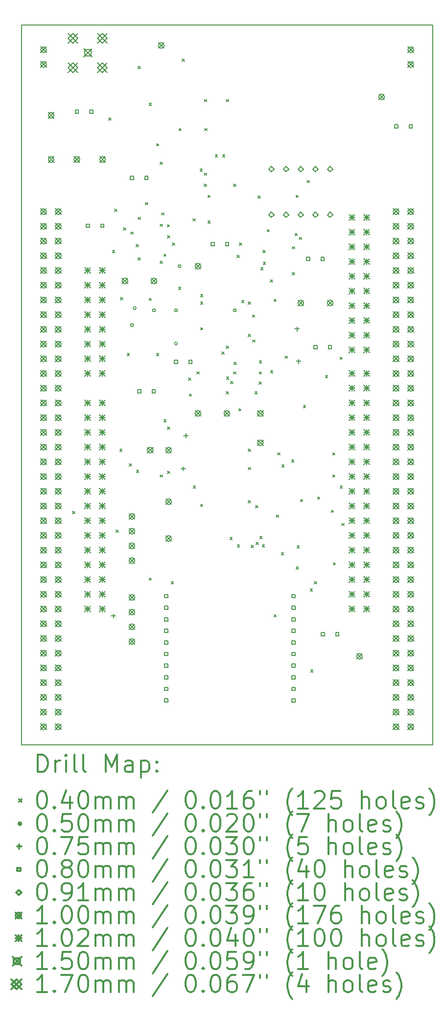
<source format=gbr>
%FSLAX45Y45*%
G04 Gerber Fmt 4.5, Leading zero omitted, Abs format (unit mm)*
G04 Created by KiCad (PCBNEW (5.0.1)-3) date 05/01/2019 12:05:54*
%MOMM*%
%LPD*%
G01*
G04 APERTURE LIST*
%ADD10C,0.150000*%
%ADD11C,0.200000*%
%ADD12C,0.300000*%
G04 APERTURE END LIST*
D10*
X5461000Y-15748000D02*
X5461000Y-3327400D01*
X12573000Y-15748000D02*
X5461000Y-15748000D01*
X12573000Y-3327400D02*
X12573000Y-15748000D01*
X5461000Y-3327400D02*
X12573000Y-3327400D01*
D11*
X6337501Y-11723451D02*
X6377501Y-11763451D01*
X6377501Y-11723451D02*
X6337501Y-11763451D01*
X6966745Y-4931255D02*
X7006745Y-4971255D01*
X7006745Y-4931255D02*
X6966745Y-4971255D01*
X7028500Y-7219000D02*
X7068500Y-7259000D01*
X7068500Y-7219000D02*
X7028500Y-7259000D01*
X7066600Y-6507800D02*
X7106600Y-6547800D01*
X7106600Y-6507800D02*
X7066600Y-6547800D01*
X7092000Y-12045000D02*
X7132000Y-12085000D01*
X7132000Y-12045000D02*
X7092000Y-12085000D01*
X7155500Y-10648000D02*
X7195500Y-10688000D01*
X7195500Y-10648000D02*
X7155500Y-10688000D01*
X7170778Y-8029108D02*
X7210778Y-8069108D01*
X7210778Y-8029108D02*
X7170778Y-8069108D01*
X7219000Y-6829209D02*
X7259000Y-6869209D01*
X7259000Y-6829209D02*
X7219000Y-6869209D01*
X7282500Y-8997000D02*
X7322500Y-9037000D01*
X7322500Y-8997000D02*
X7282500Y-9037000D01*
X7320600Y-10902000D02*
X7360600Y-10942000D01*
X7360600Y-10902000D02*
X7320600Y-10942000D01*
X7346210Y-6901710D02*
X7386210Y-6941710D01*
X7386210Y-6901710D02*
X7346210Y-6941710D01*
X7437001Y-7119034D02*
X7477001Y-7159034D01*
X7477001Y-7119034D02*
X7437001Y-7159034D01*
X7444161Y-11010217D02*
X7484161Y-11050217D01*
X7484161Y-11010217D02*
X7444161Y-11050217D01*
X7473000Y-4044000D02*
X7513000Y-4084000D01*
X7513000Y-4044000D02*
X7473000Y-4084000D01*
X7473000Y-6647500D02*
X7513000Y-6687500D01*
X7513000Y-6647500D02*
X7473000Y-6687500D01*
X7473000Y-7346000D02*
X7513000Y-7386000D01*
X7513000Y-7346000D02*
X7473000Y-7386000D01*
X7600000Y-6393500D02*
X7640000Y-6433500D01*
X7640000Y-6393500D02*
X7600000Y-6433500D01*
X7663500Y-4679000D02*
X7703500Y-4719000D01*
X7703500Y-4679000D02*
X7663500Y-4719000D01*
X7663500Y-8044500D02*
X7703500Y-8084500D01*
X7703500Y-8044500D02*
X7663500Y-8084500D01*
X7663500Y-12870500D02*
X7703500Y-12910500D01*
X7703500Y-12870500D02*
X7663500Y-12910500D01*
X7790500Y-5377500D02*
X7830500Y-5417500D01*
X7830500Y-5377500D02*
X7790500Y-5417500D01*
X7790500Y-8997000D02*
X7830500Y-9037000D01*
X7830500Y-8997000D02*
X7790500Y-9037000D01*
X7854000Y-5695000D02*
X7894000Y-5735000D01*
X7894000Y-5695000D02*
X7854000Y-5735000D01*
X7854000Y-6765499D02*
X7894000Y-6805499D01*
X7894000Y-6765499D02*
X7854000Y-6805499D01*
X7854000Y-11092500D02*
X7894000Y-11132500D01*
X7894000Y-11092500D02*
X7854000Y-11132500D01*
X7854937Y-7406214D02*
X7894937Y-7446214D01*
X7894937Y-7406214D02*
X7854937Y-7446214D01*
X7879848Y-6570675D02*
X7919848Y-6610675D01*
X7919848Y-6570675D02*
X7879848Y-6610675D01*
X7917500Y-7282500D02*
X7957500Y-7322500D01*
X7957500Y-7282500D02*
X7917500Y-7322500D01*
X7917500Y-10140000D02*
X7957500Y-10180000D01*
X7957500Y-10140000D02*
X7917500Y-10180000D01*
X7978500Y-6774500D02*
X8018500Y-6814500D01*
X8018500Y-6774500D02*
X7978500Y-6814500D01*
X7981000Y-6965000D02*
X8021000Y-7005000D01*
X8021000Y-6965000D02*
X7981000Y-7005000D01*
X7981000Y-10267000D02*
X8021000Y-10307000D01*
X8021000Y-10267000D02*
X7981000Y-10307000D01*
X7981000Y-11029000D02*
X8021000Y-11069000D01*
X8021000Y-11029000D02*
X7981000Y-11069000D01*
X8044500Y-12934000D02*
X8084500Y-12974000D01*
X8084500Y-12934000D02*
X8044500Y-12974000D01*
X8065109Y-7092995D02*
X8105109Y-7132995D01*
X8105109Y-7092995D02*
X8065109Y-7132995D01*
X8171500Y-7854000D02*
X8211500Y-7894000D01*
X8211500Y-7854000D02*
X8171500Y-7894000D01*
X8179484Y-5115516D02*
X8219484Y-5155516D01*
X8219484Y-5115516D02*
X8179484Y-5155516D01*
X8235000Y-3917000D02*
X8275000Y-3957000D01*
X8275000Y-3917000D02*
X8235000Y-3957000D01*
X8347899Y-9419409D02*
X8387899Y-9459409D01*
X8387899Y-9419409D02*
X8347899Y-9459409D01*
X8357780Y-9695791D02*
X8397780Y-9735791D01*
X8397780Y-9695791D02*
X8357780Y-9735791D01*
X8422133Y-6671799D02*
X8462133Y-6711799D01*
X8462133Y-6671799D02*
X8422133Y-6711799D01*
X8425500Y-11283000D02*
X8465500Y-11323000D01*
X8465500Y-11283000D02*
X8425500Y-11323000D01*
X8489000Y-9314500D02*
X8529000Y-9354500D01*
X8529000Y-9314500D02*
X8489000Y-9354500D01*
X8545289Y-5814788D02*
X8585289Y-5854788D01*
X8585289Y-5814788D02*
X8545289Y-5854788D01*
X8552500Y-7981000D02*
X8592500Y-8021000D01*
X8592500Y-7981000D02*
X8552500Y-8021000D01*
X8552500Y-8108000D02*
X8592500Y-8148000D01*
X8592500Y-8108000D02*
X8552500Y-8148000D01*
X8552500Y-8552500D02*
X8592500Y-8592500D01*
X8592500Y-8552500D02*
X8552500Y-8592500D01*
X8552500Y-11600500D02*
X8592500Y-11640500D01*
X8592500Y-11600500D02*
X8552500Y-11640500D01*
X8616000Y-4615500D02*
X8656000Y-4655500D01*
X8656000Y-4615500D02*
X8616000Y-4655500D01*
X8616000Y-5885500D02*
X8656000Y-5925500D01*
X8656000Y-5885500D02*
X8616000Y-5925500D01*
X8616000Y-6076000D02*
X8656000Y-6116000D01*
X8656000Y-6076000D02*
X8616000Y-6116000D01*
X8627010Y-5115516D02*
X8667010Y-5155516D01*
X8667010Y-5115516D02*
X8627010Y-5155516D01*
X8679500Y-6266500D02*
X8719500Y-6306500D01*
X8719500Y-6266500D02*
X8679500Y-6306500D01*
X8679500Y-6711000D02*
X8719500Y-6751000D01*
X8719500Y-6711000D02*
X8679500Y-6751000D01*
X8679500Y-6711000D02*
X8719500Y-6751000D01*
X8719500Y-6711000D02*
X8679500Y-6751000D01*
X8806500Y-5568000D02*
X8846500Y-5608000D01*
X8846500Y-5568000D02*
X8806500Y-5608000D01*
X8921999Y-8973645D02*
X8961999Y-9013645D01*
X8961999Y-8973645D02*
X8921999Y-9013645D01*
X8933500Y-5568000D02*
X8973500Y-5608000D01*
X8973500Y-5568000D02*
X8933500Y-5608000D01*
X8996999Y-9654997D02*
X9036999Y-9694997D01*
X9036999Y-9654997D02*
X8996999Y-9694997D01*
X8997000Y-4615500D02*
X9037000Y-4655500D01*
X9037000Y-4615500D02*
X8997000Y-4655500D01*
X8997000Y-8870000D02*
X9037000Y-8910000D01*
X9037000Y-8870000D02*
X8997000Y-8910000D01*
X9002117Y-9402458D02*
X9042117Y-9442458D01*
X9042117Y-9402458D02*
X9002117Y-9442458D01*
X9060500Y-12172000D02*
X9100500Y-12212000D01*
X9100500Y-12172000D02*
X9060500Y-12212000D01*
X9072001Y-9482109D02*
X9112001Y-9522109D01*
X9112001Y-9482109D02*
X9072001Y-9522109D01*
X9124000Y-6076000D02*
X9164000Y-6116000D01*
X9164000Y-6076000D02*
X9124000Y-6116000D01*
X9124009Y-9314500D02*
X9164009Y-9354500D01*
X9164009Y-9314500D02*
X9124009Y-9354500D01*
X9135501Y-9149741D02*
X9175501Y-9189741D01*
X9175501Y-9149741D02*
X9135501Y-9189741D01*
X9181625Y-7304348D02*
X9221625Y-7344348D01*
X9221625Y-7304348D02*
X9181625Y-7344348D01*
X9187500Y-12299000D02*
X9227500Y-12339000D01*
X9227500Y-12299000D02*
X9187500Y-12339000D01*
X9212900Y-9949500D02*
X9252900Y-9989500D01*
X9252900Y-9949500D02*
X9212900Y-9989500D01*
X9228002Y-7092000D02*
X9268002Y-7132000D01*
X9268002Y-7092000D02*
X9228002Y-7132000D01*
X9263700Y-8082600D02*
X9303700Y-8122600D01*
X9303700Y-8082600D02*
X9263700Y-8122600D01*
X9378000Y-8108000D02*
X9418000Y-8148000D01*
X9418000Y-8108000D02*
X9378000Y-8148000D01*
X9378000Y-8668497D02*
X9418000Y-8708497D01*
X9418000Y-8668497D02*
X9378000Y-8708497D01*
X9378000Y-10648000D02*
X9418000Y-10688000D01*
X9418000Y-10648000D02*
X9378000Y-10688000D01*
X9378000Y-10965500D02*
X9418000Y-11005500D01*
X9418000Y-10965500D02*
X9378000Y-11005500D01*
X9378000Y-11537000D02*
X9418000Y-11577000D01*
X9418000Y-11537000D02*
X9378000Y-11577000D01*
X9427649Y-12308008D02*
X9467649Y-12348008D01*
X9467649Y-12308008D02*
X9427649Y-12348008D01*
X9450501Y-8330837D02*
X9490501Y-8370837D01*
X9490501Y-8330837D02*
X9450501Y-8370837D01*
X9452806Y-8763498D02*
X9492806Y-8803498D01*
X9492806Y-8763498D02*
X9452806Y-8803498D01*
X9492300Y-9657400D02*
X9532300Y-9697400D01*
X9532300Y-9657400D02*
X9492300Y-9697400D01*
X9508254Y-11619001D02*
X9548254Y-11659001D01*
X9548254Y-11619001D02*
X9508254Y-11659001D01*
X9511481Y-12253487D02*
X9551481Y-12293487D01*
X9551481Y-12253487D02*
X9511481Y-12293487D01*
X9545358Y-6279200D02*
X9585358Y-6319200D01*
X9585358Y-6279200D02*
X9545358Y-6319200D01*
X9564025Y-9487998D02*
X9604025Y-9527998D01*
X9604025Y-9487998D02*
X9564025Y-9527998D01*
X9568500Y-9124000D02*
X9608500Y-9164000D01*
X9608500Y-9124000D02*
X9568500Y-9164000D01*
X9568500Y-9314500D02*
X9608500Y-9354500D01*
X9608500Y-9314500D02*
X9568500Y-9354500D01*
X9576793Y-12153001D02*
X9616793Y-12193001D01*
X9616793Y-12153001D02*
X9576793Y-12193001D01*
X9595399Y-7514370D02*
X9635399Y-7554370D01*
X9635399Y-7514370D02*
X9595399Y-7554370D01*
X9619092Y-12297612D02*
X9659092Y-12337612D01*
X9659092Y-12297612D02*
X9619092Y-12337612D01*
X9632000Y-7219000D02*
X9672000Y-7259000D01*
X9672000Y-7219000D02*
X9632000Y-7259000D01*
X9637701Y-7423756D02*
X9677701Y-7463756D01*
X9677701Y-7423756D02*
X9637701Y-7463756D01*
X9704501Y-6857548D02*
X9744501Y-6897548D01*
X9744501Y-6857548D02*
X9704501Y-6897548D01*
X9759000Y-7727000D02*
X9799000Y-7767000D01*
X9799000Y-7727000D02*
X9759000Y-7767000D01*
X9762755Y-9290501D02*
X9802755Y-9330501D01*
X9802755Y-9290501D02*
X9762755Y-9330501D01*
X9822500Y-8062007D02*
X9862500Y-8102007D01*
X9862500Y-8062007D02*
X9822500Y-8102007D01*
X9822500Y-13505500D02*
X9862500Y-13545500D01*
X9862500Y-13505500D02*
X9822500Y-13545500D01*
X9863703Y-11787155D02*
X9903703Y-11827155D01*
X9903703Y-11787155D02*
X9863703Y-11827155D01*
X9886000Y-10711500D02*
X9926000Y-10751500D01*
X9926000Y-10711500D02*
X9886000Y-10751500D01*
X9949579Y-12434999D02*
X9989579Y-12474999D01*
X9989579Y-12434999D02*
X9949579Y-12474999D01*
X9958501Y-10919727D02*
X9998501Y-10959727D01*
X9998501Y-10919727D02*
X9958501Y-10959727D01*
X10012808Y-9042942D02*
X10052808Y-9082942D01*
X10052808Y-9042942D02*
X10012808Y-9082942D01*
X10127766Y-10835641D02*
X10167766Y-10875641D01*
X10167766Y-10835641D02*
X10127766Y-10875641D01*
X10140000Y-7155500D02*
X10180000Y-7195500D01*
X10180000Y-7155500D02*
X10140000Y-7195500D01*
X10140000Y-7600000D02*
X10180000Y-7640000D01*
X10180000Y-7600000D02*
X10140000Y-7640000D01*
X10188343Y-6925540D02*
X10228343Y-6965540D01*
X10228343Y-6925540D02*
X10188343Y-6965540D01*
X10203500Y-6266500D02*
X10243500Y-6306500D01*
X10243500Y-6266500D02*
X10203500Y-6306500D01*
X10203500Y-12680000D02*
X10243500Y-12720000D01*
X10243500Y-12680000D02*
X10203500Y-12720000D01*
X10221246Y-12317501D02*
X10261246Y-12357501D01*
X10261246Y-12317501D02*
X10221246Y-12357501D01*
X10260970Y-6994282D02*
X10300970Y-7034282D01*
X10300970Y-6994282D02*
X10260970Y-7034282D01*
X10279262Y-11515666D02*
X10319262Y-11555666D01*
X10319262Y-11515666D02*
X10279262Y-11555666D01*
X10330500Y-9895001D02*
X10370500Y-9935001D01*
X10370500Y-9895001D02*
X10330500Y-9935001D01*
X10394000Y-6012500D02*
X10434000Y-6052500D01*
X10434000Y-6012500D02*
X10394000Y-6052500D01*
X10448499Y-13061000D02*
X10488499Y-13101000D01*
X10488499Y-13061000D02*
X10448499Y-13101000D01*
X10457500Y-14458000D02*
X10497500Y-14498000D01*
X10497500Y-14458000D02*
X10457500Y-14498000D01*
X10521000Y-12934000D02*
X10561000Y-12974000D01*
X10561000Y-12934000D02*
X10521000Y-12974000D01*
X10576500Y-11473500D02*
X10616500Y-11513500D01*
X10616500Y-11473500D02*
X10576500Y-11513500D01*
X10711500Y-9378000D02*
X10751500Y-9418000D01*
X10751500Y-9378000D02*
X10711500Y-9418000D01*
X10812797Y-11700865D02*
X10852797Y-11740865D01*
X10852797Y-11700865D02*
X10812797Y-11740865D01*
X10838500Y-10711500D02*
X10878500Y-10751500D01*
X10878500Y-10711500D02*
X10838500Y-10751500D01*
X10838500Y-11092500D02*
X10878500Y-11132500D01*
X10878500Y-11092500D02*
X10838500Y-11132500D01*
X10847501Y-12607002D02*
X10887501Y-12647002D01*
X10887501Y-12607002D02*
X10847501Y-12647002D01*
X10965500Y-9060500D02*
X11005500Y-9100500D01*
X11005500Y-9060500D02*
X10965500Y-9100500D01*
X10965500Y-11283000D02*
X11005500Y-11323000D01*
X11005500Y-11283000D02*
X10965500Y-11323000D01*
X10993502Y-11931138D02*
X11033502Y-11971138D01*
X11033502Y-11931138D02*
X10993502Y-11971138D01*
X7391000Y-8509000D02*
G75*
G03X7391000Y-8509000I-25000J0D01*
G01*
X7437607Y-8217902D02*
G75*
G03X7437607Y-8217902I-25000J0D01*
G01*
X7772000Y-8255000D02*
G75*
G03X7772000Y-8255000I-25000J0D01*
G01*
X8153000Y-8255000D02*
G75*
G03X8153000Y-8255000I-25000J0D01*
G01*
X8153000Y-8826500D02*
G75*
G03X8153000Y-8826500I-25000J0D01*
G01*
X8216500Y-7493000D02*
G75*
G03X8216500Y-7493000I-25000J0D01*
G01*
X9169000Y-8255000D02*
G75*
G03X9169000Y-8255000I-25000J0D01*
G01*
X7048500Y-13488000D02*
X7048500Y-13563000D01*
X7011000Y-13525500D02*
X7086000Y-13525500D01*
X8255000Y-10948000D02*
X8255000Y-11023000D01*
X8217500Y-10985500D02*
X8292500Y-10985500D01*
X8298000Y-10376500D02*
X8298000Y-10451500D01*
X8260500Y-10414000D02*
X8335500Y-10414000D01*
X10221000Y-8537500D02*
X10221000Y-8612500D01*
X10183500Y-8575000D02*
X10258500Y-8575000D01*
X10248500Y-9096145D02*
X10248500Y-9171145D01*
X10211000Y-9133645D02*
X10286000Y-9133645D01*
X6441784Y-4854285D02*
X6441784Y-4797716D01*
X6385215Y-4797716D01*
X6385215Y-4854285D01*
X6441784Y-4854285D01*
X6691784Y-4854285D02*
X6691784Y-4797716D01*
X6635215Y-4797716D01*
X6635215Y-4854285D01*
X6691784Y-4854285D01*
X10442285Y-7394284D02*
X10442285Y-7337715D01*
X10385716Y-7337715D01*
X10385716Y-7394284D01*
X10442285Y-7394284D01*
X10692285Y-7394284D02*
X10692285Y-7337715D01*
X10635716Y-7337715D01*
X10635716Y-7394284D01*
X10692285Y-7394284D01*
X7394284Y-5997284D02*
X7394284Y-5940715D01*
X7337715Y-5940715D01*
X7337715Y-5997284D01*
X7394284Y-5997284D01*
X7644284Y-5997284D02*
X7644284Y-5940715D01*
X7587715Y-5940715D01*
X7587715Y-5997284D01*
X7644284Y-5997284D01*
X7521284Y-9680285D02*
X7521284Y-9623716D01*
X7464715Y-9623716D01*
X7464715Y-9680285D01*
X7521284Y-9680285D01*
X7771284Y-9680285D02*
X7771284Y-9623716D01*
X7714715Y-9623716D01*
X7714715Y-9680285D01*
X7771284Y-9680285D01*
X7988284Y-13214284D02*
X7988284Y-13157715D01*
X7931715Y-13157715D01*
X7931715Y-13214284D01*
X7988284Y-13214284D01*
X7988284Y-13414284D02*
X7988284Y-13357715D01*
X7931715Y-13357715D01*
X7931715Y-13414284D01*
X7988284Y-13414284D01*
X7988284Y-13614284D02*
X7988284Y-13557715D01*
X7931715Y-13557715D01*
X7931715Y-13614284D01*
X7988284Y-13614284D01*
X7988284Y-13814284D02*
X7988284Y-13757715D01*
X7931715Y-13757715D01*
X7931715Y-13814284D01*
X7988284Y-13814284D01*
X7988284Y-14014284D02*
X7988284Y-13957715D01*
X7931715Y-13957715D01*
X7931715Y-14014284D01*
X7988284Y-14014284D01*
X7988284Y-14214284D02*
X7988284Y-14157715D01*
X7931715Y-14157715D01*
X7931715Y-14214284D01*
X7988284Y-14214284D01*
X7988284Y-14414284D02*
X7988284Y-14357715D01*
X7931715Y-14357715D01*
X7931715Y-14414284D01*
X7988284Y-14414284D01*
X7988284Y-14614284D02*
X7988284Y-14557715D01*
X7931715Y-14557715D01*
X7931715Y-14614284D01*
X7988284Y-14614284D01*
X7988284Y-14814284D02*
X7988284Y-14757715D01*
X7931715Y-14757715D01*
X7931715Y-14814284D01*
X7988284Y-14814284D01*
X7988284Y-15014284D02*
X7988284Y-14957715D01*
X7931715Y-14957715D01*
X7931715Y-15014284D01*
X7988284Y-15014284D01*
X10188285Y-13214284D02*
X10188285Y-13157715D01*
X10131716Y-13157715D01*
X10131716Y-13214284D01*
X10188285Y-13214284D01*
X10188285Y-13414284D02*
X10188285Y-13357715D01*
X10131716Y-13357715D01*
X10131716Y-13414284D01*
X10188285Y-13414284D01*
X10188285Y-13614284D02*
X10188285Y-13557715D01*
X10131716Y-13557715D01*
X10131716Y-13614284D01*
X10188285Y-13614284D01*
X10188285Y-13814284D02*
X10188285Y-13757715D01*
X10131716Y-13757715D01*
X10131716Y-13814284D01*
X10188285Y-13814284D01*
X10188285Y-14014284D02*
X10188285Y-13957715D01*
X10131716Y-13957715D01*
X10131716Y-14014284D01*
X10188285Y-14014284D01*
X10188285Y-14214284D02*
X10188285Y-14157715D01*
X10131716Y-14157715D01*
X10131716Y-14214284D01*
X10188285Y-14214284D01*
X10188285Y-14414284D02*
X10188285Y-14357715D01*
X10131716Y-14357715D01*
X10131716Y-14414284D01*
X10188285Y-14414284D01*
X10188285Y-14614284D02*
X10188285Y-14557715D01*
X10131716Y-14557715D01*
X10131716Y-14614284D01*
X10188285Y-14614284D01*
X10188285Y-14814284D02*
X10188285Y-14757715D01*
X10131716Y-14757715D01*
X10131716Y-14814284D01*
X10188285Y-14814284D01*
X10188285Y-15014284D02*
X10188285Y-14957715D01*
X10131716Y-14957715D01*
X10131716Y-15014284D01*
X10188285Y-15014284D01*
X10696285Y-13871284D02*
X10696285Y-13814715D01*
X10639716Y-13814715D01*
X10639716Y-13871284D01*
X10696285Y-13871284D01*
X10946285Y-13871284D02*
X10946285Y-13814715D01*
X10889716Y-13814715D01*
X10889716Y-13871284D01*
X10946285Y-13871284D01*
X10569285Y-8918285D02*
X10569285Y-8861716D01*
X10512716Y-8861716D01*
X10512716Y-8918285D01*
X10569285Y-8918285D01*
X10819285Y-8918285D02*
X10819285Y-8861716D01*
X10762716Y-8861716D01*
X10762716Y-8918285D01*
X10819285Y-8918285D01*
X6632284Y-6822784D02*
X6632284Y-6766215D01*
X6575715Y-6766215D01*
X6575715Y-6822784D01*
X6632284Y-6822784D01*
X6882284Y-6822784D02*
X6882284Y-6766215D01*
X6825715Y-6766215D01*
X6825715Y-6822784D01*
X6882284Y-6822784D01*
X8156284Y-9172285D02*
X8156284Y-9115716D01*
X8099715Y-9115716D01*
X8099715Y-9172285D01*
X8156284Y-9172285D01*
X8406285Y-9172285D02*
X8406285Y-9115716D01*
X8349715Y-9115716D01*
X8349715Y-9172285D01*
X8406285Y-9172285D01*
X11966284Y-5108285D02*
X11966284Y-5051716D01*
X11909715Y-5051716D01*
X11909715Y-5108285D01*
X11966284Y-5108285D01*
X12216284Y-5108285D02*
X12216284Y-5051716D01*
X12159715Y-5051716D01*
X12159715Y-5108285D01*
X12216284Y-5108285D01*
X8791285Y-7140284D02*
X8791285Y-7083715D01*
X8734716Y-7083715D01*
X8734716Y-7140284D01*
X8791285Y-7140284D01*
X9041285Y-7140284D02*
X9041285Y-7083715D01*
X8984716Y-7083715D01*
X8984716Y-7140284D01*
X9041285Y-7140284D01*
X9779000Y-5862500D02*
X9824500Y-5817000D01*
X9779000Y-5771500D01*
X9733500Y-5817000D01*
X9779000Y-5862500D01*
X9779000Y-6649500D02*
X9824500Y-6604000D01*
X9779000Y-6558500D01*
X9733500Y-6604000D01*
X9779000Y-6649500D01*
X10033000Y-5862500D02*
X10078500Y-5817000D01*
X10033000Y-5771500D01*
X9987500Y-5817000D01*
X10033000Y-5862500D01*
X10033000Y-6649500D02*
X10078500Y-6604000D01*
X10033000Y-6558500D01*
X9987500Y-6604000D01*
X10033000Y-6649500D01*
X10287000Y-5862500D02*
X10332500Y-5817000D01*
X10287000Y-5771500D01*
X10241500Y-5817000D01*
X10287000Y-5862500D01*
X10287000Y-6649500D02*
X10332500Y-6604000D01*
X10287000Y-6558500D01*
X10241500Y-6604000D01*
X10287000Y-6649500D01*
X10541000Y-5862500D02*
X10586500Y-5817000D01*
X10541000Y-5771500D01*
X10495500Y-5817000D01*
X10541000Y-5862500D01*
X10541000Y-6649500D02*
X10586500Y-6604000D01*
X10541000Y-6558500D01*
X10495500Y-6604000D01*
X10541000Y-6649500D01*
X10795000Y-5862500D02*
X10840500Y-5817000D01*
X10795000Y-5771500D01*
X10749500Y-5817000D01*
X10795000Y-5862500D01*
X10795000Y-6649500D02*
X10840500Y-6604000D01*
X10795000Y-6558500D01*
X10749500Y-6604000D01*
X10795000Y-6649500D01*
X11253000Y-14174000D02*
X11353000Y-14274000D01*
X11353000Y-14174000D02*
X11253000Y-14274000D01*
X11353000Y-14224000D02*
G75*
G03X11353000Y-14224000I-50000J0D01*
G01*
X9538500Y-10491000D02*
X9638500Y-10591000D01*
X9638500Y-10491000D02*
X9538500Y-10591000D01*
X9638500Y-10541000D02*
G75*
G03X9638500Y-10541000I-50000J0D01*
G01*
X11634000Y-4522000D02*
X11734000Y-4622000D01*
X11734000Y-4522000D02*
X11634000Y-4622000D01*
X11734000Y-4572000D02*
G75*
G03X11734000Y-4572000I-50000J0D01*
G01*
X10237000Y-8078000D02*
X10337000Y-8178000D01*
X10337000Y-8078000D02*
X10237000Y-8178000D01*
X10337000Y-8128000D02*
G75*
G03X10337000Y-8128000I-50000J0D01*
G01*
X8459000Y-9983000D02*
X8559000Y-10083000D01*
X8559000Y-9983000D02*
X8459000Y-10083000D01*
X8559000Y-10033000D02*
G75*
G03X8559000Y-10033000I-50000J0D01*
G01*
X8959000Y-9983000D02*
X9059000Y-10083000D01*
X9059000Y-9983000D02*
X8959000Y-10083000D01*
X9059000Y-10033000D02*
G75*
G03X9059000Y-10033000I-50000J0D01*
G01*
X7951000Y-12142000D02*
X8051000Y-12242000D01*
X8051000Y-12142000D02*
X7951000Y-12242000D01*
X8051000Y-12192000D02*
G75*
G03X8051000Y-12192000I-50000J0D01*
G01*
X6808000Y-5601500D02*
X6908000Y-5701500D01*
X6908000Y-5601500D02*
X6808000Y-5701500D01*
X6908000Y-5651500D02*
G75*
G03X6908000Y-5651500I-50000J0D01*
G01*
X7951000Y-11507000D02*
X8051000Y-11607000D01*
X8051000Y-11507000D02*
X7951000Y-11607000D01*
X8051000Y-11557000D02*
G75*
G03X8051000Y-11557000I-50000J0D01*
G01*
X5788500Y-3707500D02*
X5888500Y-3807500D01*
X5888500Y-3707500D02*
X5788500Y-3807500D01*
X5888500Y-3757500D02*
G75*
G03X5888500Y-3757500I-50000J0D01*
G01*
X5788500Y-3961500D02*
X5888500Y-4061500D01*
X5888500Y-3961500D02*
X5788500Y-4061500D01*
X5888500Y-4011500D02*
G75*
G03X5888500Y-4011500I-50000J0D01*
G01*
X5788500Y-6501500D02*
X5888500Y-6601500D01*
X5888500Y-6501500D02*
X5788500Y-6601500D01*
X5888500Y-6551500D02*
G75*
G03X5888500Y-6551500I-50000J0D01*
G01*
X5788500Y-6755500D02*
X5888500Y-6855500D01*
X5888500Y-6755500D02*
X5788500Y-6855500D01*
X5888500Y-6805500D02*
G75*
G03X5888500Y-6805500I-50000J0D01*
G01*
X5788500Y-7009500D02*
X5888500Y-7109500D01*
X5888500Y-7009500D02*
X5788500Y-7109500D01*
X5888500Y-7059500D02*
G75*
G03X5888500Y-7059500I-50000J0D01*
G01*
X5788500Y-7263500D02*
X5888500Y-7363500D01*
X5888500Y-7263500D02*
X5788500Y-7363500D01*
X5888500Y-7313500D02*
G75*
G03X5888500Y-7313500I-50000J0D01*
G01*
X5788500Y-7517500D02*
X5888500Y-7617500D01*
X5888500Y-7517500D02*
X5788500Y-7617500D01*
X5888500Y-7567500D02*
G75*
G03X5888500Y-7567500I-50000J0D01*
G01*
X5788500Y-7771500D02*
X5888500Y-7871500D01*
X5888500Y-7771500D02*
X5788500Y-7871500D01*
X5888500Y-7821500D02*
G75*
G03X5888500Y-7821500I-50000J0D01*
G01*
X5788500Y-8025500D02*
X5888500Y-8125500D01*
X5888500Y-8025500D02*
X5788500Y-8125500D01*
X5888500Y-8075500D02*
G75*
G03X5888500Y-8075500I-50000J0D01*
G01*
X5788500Y-8279500D02*
X5888500Y-8379500D01*
X5888500Y-8279500D02*
X5788500Y-8379500D01*
X5888500Y-8329500D02*
G75*
G03X5888500Y-8329500I-50000J0D01*
G01*
X5788500Y-8533500D02*
X5888500Y-8633500D01*
X5888500Y-8533500D02*
X5788500Y-8633500D01*
X5888500Y-8583500D02*
G75*
G03X5888500Y-8583500I-50000J0D01*
G01*
X5788500Y-8787500D02*
X5888500Y-8887500D01*
X5888500Y-8787500D02*
X5788500Y-8887500D01*
X5888500Y-8837500D02*
G75*
G03X5888500Y-8837500I-50000J0D01*
G01*
X5788500Y-9041500D02*
X5888500Y-9141500D01*
X5888500Y-9041500D02*
X5788500Y-9141500D01*
X5888500Y-9091500D02*
G75*
G03X5888500Y-9091500I-50000J0D01*
G01*
X5788500Y-9295500D02*
X5888500Y-9395500D01*
X5888500Y-9295500D02*
X5788500Y-9395500D01*
X5888500Y-9345500D02*
G75*
G03X5888500Y-9345500I-50000J0D01*
G01*
X5788500Y-9549500D02*
X5888500Y-9649500D01*
X5888500Y-9549500D02*
X5788500Y-9649500D01*
X5888500Y-9599500D02*
G75*
G03X5888500Y-9599500I-50000J0D01*
G01*
X5788500Y-9803500D02*
X5888500Y-9903500D01*
X5888500Y-9803500D02*
X5788500Y-9903500D01*
X5888500Y-9853500D02*
G75*
G03X5888500Y-9853500I-50000J0D01*
G01*
X5788500Y-10057500D02*
X5888500Y-10157500D01*
X5888500Y-10057500D02*
X5788500Y-10157500D01*
X5888500Y-10107500D02*
G75*
G03X5888500Y-10107500I-50000J0D01*
G01*
X5788500Y-10311500D02*
X5888500Y-10411500D01*
X5888500Y-10311500D02*
X5788500Y-10411500D01*
X5888500Y-10361500D02*
G75*
G03X5888500Y-10361500I-50000J0D01*
G01*
X5788500Y-10565500D02*
X5888500Y-10665500D01*
X5888500Y-10565500D02*
X5788500Y-10665500D01*
X5888500Y-10615500D02*
G75*
G03X5888500Y-10615500I-50000J0D01*
G01*
X5788500Y-10819500D02*
X5888500Y-10919500D01*
X5888500Y-10819500D02*
X5788500Y-10919500D01*
X5888500Y-10869500D02*
G75*
G03X5888500Y-10869500I-50000J0D01*
G01*
X5788500Y-11073500D02*
X5888500Y-11173500D01*
X5888500Y-11073500D02*
X5788500Y-11173500D01*
X5888500Y-11123500D02*
G75*
G03X5888500Y-11123500I-50000J0D01*
G01*
X5788500Y-11327500D02*
X5888500Y-11427500D01*
X5888500Y-11327500D02*
X5788500Y-11427500D01*
X5888500Y-11377500D02*
G75*
G03X5888500Y-11377500I-50000J0D01*
G01*
X5788500Y-11581500D02*
X5888500Y-11681500D01*
X5888500Y-11581500D02*
X5788500Y-11681500D01*
X5888500Y-11631500D02*
G75*
G03X5888500Y-11631500I-50000J0D01*
G01*
X5788500Y-11835500D02*
X5888500Y-11935500D01*
X5888500Y-11835500D02*
X5788500Y-11935500D01*
X5888500Y-11885500D02*
G75*
G03X5888500Y-11885500I-50000J0D01*
G01*
X5788500Y-12089500D02*
X5888500Y-12189500D01*
X5888500Y-12089500D02*
X5788500Y-12189500D01*
X5888500Y-12139500D02*
G75*
G03X5888500Y-12139500I-50000J0D01*
G01*
X5788500Y-12343500D02*
X5888500Y-12443500D01*
X5888500Y-12343500D02*
X5788500Y-12443500D01*
X5888500Y-12393500D02*
G75*
G03X5888500Y-12393500I-50000J0D01*
G01*
X5788500Y-12597500D02*
X5888500Y-12697500D01*
X5888500Y-12597500D02*
X5788500Y-12697500D01*
X5888500Y-12647500D02*
G75*
G03X5888500Y-12647500I-50000J0D01*
G01*
X5788500Y-12851500D02*
X5888500Y-12951500D01*
X5888500Y-12851500D02*
X5788500Y-12951500D01*
X5888500Y-12901500D02*
G75*
G03X5888500Y-12901500I-50000J0D01*
G01*
X5788500Y-13105500D02*
X5888500Y-13205500D01*
X5888500Y-13105500D02*
X5788500Y-13205500D01*
X5888500Y-13155500D02*
G75*
G03X5888500Y-13155500I-50000J0D01*
G01*
X5788500Y-13359500D02*
X5888500Y-13459500D01*
X5888500Y-13359500D02*
X5788500Y-13459500D01*
X5888500Y-13409500D02*
G75*
G03X5888500Y-13409500I-50000J0D01*
G01*
X5788500Y-13613500D02*
X5888500Y-13713500D01*
X5888500Y-13613500D02*
X5788500Y-13713500D01*
X5888500Y-13663500D02*
G75*
G03X5888500Y-13663500I-50000J0D01*
G01*
X5788500Y-13867500D02*
X5888500Y-13967500D01*
X5888500Y-13867500D02*
X5788500Y-13967500D01*
X5888500Y-13917500D02*
G75*
G03X5888500Y-13917500I-50000J0D01*
G01*
X5788500Y-14121500D02*
X5888500Y-14221500D01*
X5888500Y-14121500D02*
X5788500Y-14221500D01*
X5888500Y-14171500D02*
G75*
G03X5888500Y-14171500I-50000J0D01*
G01*
X5788500Y-14375500D02*
X5888500Y-14475500D01*
X5888500Y-14375500D02*
X5788500Y-14475500D01*
X5888500Y-14425500D02*
G75*
G03X5888500Y-14425500I-50000J0D01*
G01*
X5788500Y-14629500D02*
X5888500Y-14729500D01*
X5888500Y-14629500D02*
X5788500Y-14729500D01*
X5888500Y-14679500D02*
G75*
G03X5888500Y-14679500I-50000J0D01*
G01*
X5788500Y-14883500D02*
X5888500Y-14983500D01*
X5888500Y-14883500D02*
X5788500Y-14983500D01*
X5888500Y-14933500D02*
G75*
G03X5888500Y-14933500I-50000J0D01*
G01*
X5788500Y-15137500D02*
X5888500Y-15237500D01*
X5888500Y-15137500D02*
X5788500Y-15237500D01*
X5888500Y-15187500D02*
G75*
G03X5888500Y-15187500I-50000J0D01*
G01*
X5788500Y-15391500D02*
X5888500Y-15491500D01*
X5888500Y-15391500D02*
X5788500Y-15491500D01*
X5888500Y-15441500D02*
G75*
G03X5888500Y-15441500I-50000J0D01*
G01*
X6042500Y-6501500D02*
X6142500Y-6601500D01*
X6142500Y-6501500D02*
X6042500Y-6601500D01*
X6142500Y-6551500D02*
G75*
G03X6142500Y-6551500I-50000J0D01*
G01*
X6042500Y-6755500D02*
X6142500Y-6855500D01*
X6142500Y-6755500D02*
X6042500Y-6855500D01*
X6142500Y-6805500D02*
G75*
G03X6142500Y-6805500I-50000J0D01*
G01*
X6042500Y-7009500D02*
X6142500Y-7109500D01*
X6142500Y-7009500D02*
X6042500Y-7109500D01*
X6142500Y-7059500D02*
G75*
G03X6142500Y-7059500I-50000J0D01*
G01*
X6042500Y-7263500D02*
X6142500Y-7363500D01*
X6142500Y-7263500D02*
X6042500Y-7363500D01*
X6142500Y-7313500D02*
G75*
G03X6142500Y-7313500I-50000J0D01*
G01*
X6042500Y-7517500D02*
X6142500Y-7617500D01*
X6142500Y-7517500D02*
X6042500Y-7617500D01*
X6142500Y-7567500D02*
G75*
G03X6142500Y-7567500I-50000J0D01*
G01*
X6042500Y-7771500D02*
X6142500Y-7871500D01*
X6142500Y-7771500D02*
X6042500Y-7871500D01*
X6142500Y-7821500D02*
G75*
G03X6142500Y-7821500I-50000J0D01*
G01*
X6042500Y-8025500D02*
X6142500Y-8125500D01*
X6142500Y-8025500D02*
X6042500Y-8125500D01*
X6142500Y-8075500D02*
G75*
G03X6142500Y-8075500I-50000J0D01*
G01*
X6042500Y-8279500D02*
X6142500Y-8379500D01*
X6142500Y-8279500D02*
X6042500Y-8379500D01*
X6142500Y-8329500D02*
G75*
G03X6142500Y-8329500I-50000J0D01*
G01*
X6042500Y-8533500D02*
X6142500Y-8633500D01*
X6142500Y-8533500D02*
X6042500Y-8633500D01*
X6142500Y-8583500D02*
G75*
G03X6142500Y-8583500I-50000J0D01*
G01*
X6042500Y-8787500D02*
X6142500Y-8887500D01*
X6142500Y-8787500D02*
X6042500Y-8887500D01*
X6142500Y-8837500D02*
G75*
G03X6142500Y-8837500I-50000J0D01*
G01*
X6042500Y-9041500D02*
X6142500Y-9141500D01*
X6142500Y-9041500D02*
X6042500Y-9141500D01*
X6142500Y-9091500D02*
G75*
G03X6142500Y-9091500I-50000J0D01*
G01*
X6042500Y-9295500D02*
X6142500Y-9395500D01*
X6142500Y-9295500D02*
X6042500Y-9395500D01*
X6142500Y-9345500D02*
G75*
G03X6142500Y-9345500I-50000J0D01*
G01*
X6042500Y-9549500D02*
X6142500Y-9649500D01*
X6142500Y-9549500D02*
X6042500Y-9649500D01*
X6142500Y-9599500D02*
G75*
G03X6142500Y-9599500I-50000J0D01*
G01*
X6042500Y-9803500D02*
X6142500Y-9903500D01*
X6142500Y-9803500D02*
X6042500Y-9903500D01*
X6142500Y-9853500D02*
G75*
G03X6142500Y-9853500I-50000J0D01*
G01*
X6042500Y-10057500D02*
X6142500Y-10157500D01*
X6142500Y-10057500D02*
X6042500Y-10157500D01*
X6142500Y-10107500D02*
G75*
G03X6142500Y-10107500I-50000J0D01*
G01*
X6042500Y-10311500D02*
X6142500Y-10411500D01*
X6142500Y-10311500D02*
X6042500Y-10411500D01*
X6142500Y-10361500D02*
G75*
G03X6142500Y-10361500I-50000J0D01*
G01*
X6042500Y-10565500D02*
X6142500Y-10665500D01*
X6142500Y-10565500D02*
X6042500Y-10665500D01*
X6142500Y-10615500D02*
G75*
G03X6142500Y-10615500I-50000J0D01*
G01*
X6042500Y-10819500D02*
X6142500Y-10919500D01*
X6142500Y-10819500D02*
X6042500Y-10919500D01*
X6142500Y-10869500D02*
G75*
G03X6142500Y-10869500I-50000J0D01*
G01*
X6042500Y-11073500D02*
X6142500Y-11173500D01*
X6142500Y-11073500D02*
X6042500Y-11173500D01*
X6142500Y-11123500D02*
G75*
G03X6142500Y-11123500I-50000J0D01*
G01*
X6042500Y-11327500D02*
X6142500Y-11427500D01*
X6142500Y-11327500D02*
X6042500Y-11427500D01*
X6142500Y-11377500D02*
G75*
G03X6142500Y-11377500I-50000J0D01*
G01*
X6042500Y-11581500D02*
X6142500Y-11681500D01*
X6142500Y-11581500D02*
X6042500Y-11681500D01*
X6142500Y-11631500D02*
G75*
G03X6142500Y-11631500I-50000J0D01*
G01*
X6042500Y-11835500D02*
X6142500Y-11935500D01*
X6142500Y-11835500D02*
X6042500Y-11935500D01*
X6142500Y-11885500D02*
G75*
G03X6142500Y-11885500I-50000J0D01*
G01*
X6042500Y-12089500D02*
X6142500Y-12189500D01*
X6142500Y-12089500D02*
X6042500Y-12189500D01*
X6142500Y-12139500D02*
G75*
G03X6142500Y-12139500I-50000J0D01*
G01*
X6042500Y-12343500D02*
X6142500Y-12443500D01*
X6142500Y-12343500D02*
X6042500Y-12443500D01*
X6142500Y-12393500D02*
G75*
G03X6142500Y-12393500I-50000J0D01*
G01*
X6042500Y-12597500D02*
X6142500Y-12697500D01*
X6142500Y-12597500D02*
X6042500Y-12697500D01*
X6142500Y-12647500D02*
G75*
G03X6142500Y-12647500I-50000J0D01*
G01*
X6042500Y-12851500D02*
X6142500Y-12951500D01*
X6142500Y-12851500D02*
X6042500Y-12951500D01*
X6142500Y-12901500D02*
G75*
G03X6142500Y-12901500I-50000J0D01*
G01*
X6042500Y-13105500D02*
X6142500Y-13205500D01*
X6142500Y-13105500D02*
X6042500Y-13205500D01*
X6142500Y-13155500D02*
G75*
G03X6142500Y-13155500I-50000J0D01*
G01*
X6042500Y-13359500D02*
X6142500Y-13459500D01*
X6142500Y-13359500D02*
X6042500Y-13459500D01*
X6142500Y-13409500D02*
G75*
G03X6142500Y-13409500I-50000J0D01*
G01*
X6042500Y-13613500D02*
X6142500Y-13713500D01*
X6142500Y-13613500D02*
X6042500Y-13713500D01*
X6142500Y-13663500D02*
G75*
G03X6142500Y-13663500I-50000J0D01*
G01*
X6042500Y-13867500D02*
X6142500Y-13967500D01*
X6142500Y-13867500D02*
X6042500Y-13967500D01*
X6142500Y-13917500D02*
G75*
G03X6142500Y-13917500I-50000J0D01*
G01*
X6042500Y-14121500D02*
X6142500Y-14221500D01*
X6142500Y-14121500D02*
X6042500Y-14221500D01*
X6142500Y-14171500D02*
G75*
G03X6142500Y-14171500I-50000J0D01*
G01*
X6042500Y-14375500D02*
X6142500Y-14475500D01*
X6142500Y-14375500D02*
X6042500Y-14475500D01*
X6142500Y-14425500D02*
G75*
G03X6142500Y-14425500I-50000J0D01*
G01*
X6042500Y-14629500D02*
X6142500Y-14729500D01*
X6142500Y-14629500D02*
X6042500Y-14729500D01*
X6142500Y-14679500D02*
G75*
G03X6142500Y-14679500I-50000J0D01*
G01*
X6042500Y-14883500D02*
X6142500Y-14983500D01*
X6142500Y-14883500D02*
X6042500Y-14983500D01*
X6142500Y-14933500D02*
G75*
G03X6142500Y-14933500I-50000J0D01*
G01*
X6042500Y-15137500D02*
X6142500Y-15237500D01*
X6142500Y-15137500D02*
X6042500Y-15237500D01*
X6142500Y-15187500D02*
G75*
G03X6142500Y-15187500I-50000J0D01*
G01*
X6042500Y-15391500D02*
X6142500Y-15491500D01*
X6142500Y-15391500D02*
X6042500Y-15491500D01*
X6142500Y-15441500D02*
G75*
G03X6142500Y-15441500I-50000J0D01*
G01*
X11884500Y-6501500D02*
X11984500Y-6601500D01*
X11984500Y-6501500D02*
X11884500Y-6601500D01*
X11984500Y-6551500D02*
G75*
G03X11984500Y-6551500I-50000J0D01*
G01*
X11884500Y-6755500D02*
X11984500Y-6855500D01*
X11984500Y-6755500D02*
X11884500Y-6855500D01*
X11984500Y-6805500D02*
G75*
G03X11984500Y-6805500I-50000J0D01*
G01*
X11884500Y-7009500D02*
X11984500Y-7109500D01*
X11984500Y-7009500D02*
X11884500Y-7109500D01*
X11984500Y-7059500D02*
G75*
G03X11984500Y-7059500I-50000J0D01*
G01*
X11884500Y-7263500D02*
X11984500Y-7363500D01*
X11984500Y-7263500D02*
X11884500Y-7363500D01*
X11984500Y-7313500D02*
G75*
G03X11984500Y-7313500I-50000J0D01*
G01*
X11884500Y-7517500D02*
X11984500Y-7617500D01*
X11984500Y-7517500D02*
X11884500Y-7617500D01*
X11984500Y-7567500D02*
G75*
G03X11984500Y-7567500I-50000J0D01*
G01*
X11884500Y-7771500D02*
X11984500Y-7871500D01*
X11984500Y-7771500D02*
X11884500Y-7871500D01*
X11984500Y-7821500D02*
G75*
G03X11984500Y-7821500I-50000J0D01*
G01*
X11884500Y-8025500D02*
X11984500Y-8125500D01*
X11984500Y-8025500D02*
X11884500Y-8125500D01*
X11984500Y-8075500D02*
G75*
G03X11984500Y-8075500I-50000J0D01*
G01*
X11884500Y-8279500D02*
X11984500Y-8379500D01*
X11984500Y-8279500D02*
X11884500Y-8379500D01*
X11984500Y-8329500D02*
G75*
G03X11984500Y-8329500I-50000J0D01*
G01*
X11884500Y-8533500D02*
X11984500Y-8633500D01*
X11984500Y-8533500D02*
X11884500Y-8633500D01*
X11984500Y-8583500D02*
G75*
G03X11984500Y-8583500I-50000J0D01*
G01*
X11884500Y-8787500D02*
X11984500Y-8887500D01*
X11984500Y-8787500D02*
X11884500Y-8887500D01*
X11984500Y-8837500D02*
G75*
G03X11984500Y-8837500I-50000J0D01*
G01*
X11884500Y-9041500D02*
X11984500Y-9141500D01*
X11984500Y-9041500D02*
X11884500Y-9141500D01*
X11984500Y-9091500D02*
G75*
G03X11984500Y-9091500I-50000J0D01*
G01*
X11884500Y-9295500D02*
X11984500Y-9395500D01*
X11984500Y-9295500D02*
X11884500Y-9395500D01*
X11984500Y-9345500D02*
G75*
G03X11984500Y-9345500I-50000J0D01*
G01*
X11884500Y-9549500D02*
X11984500Y-9649500D01*
X11984500Y-9549500D02*
X11884500Y-9649500D01*
X11984500Y-9599500D02*
G75*
G03X11984500Y-9599500I-50000J0D01*
G01*
X11884500Y-9803500D02*
X11984500Y-9903500D01*
X11984500Y-9803500D02*
X11884500Y-9903500D01*
X11984500Y-9853500D02*
G75*
G03X11984500Y-9853500I-50000J0D01*
G01*
X11884500Y-10057500D02*
X11984500Y-10157500D01*
X11984500Y-10057500D02*
X11884500Y-10157500D01*
X11984500Y-10107500D02*
G75*
G03X11984500Y-10107500I-50000J0D01*
G01*
X11884500Y-10311500D02*
X11984500Y-10411500D01*
X11984500Y-10311500D02*
X11884500Y-10411500D01*
X11984500Y-10361500D02*
G75*
G03X11984500Y-10361500I-50000J0D01*
G01*
X11884500Y-10565500D02*
X11984500Y-10665500D01*
X11984500Y-10565500D02*
X11884500Y-10665500D01*
X11984500Y-10615500D02*
G75*
G03X11984500Y-10615500I-50000J0D01*
G01*
X11884500Y-10819500D02*
X11984500Y-10919500D01*
X11984500Y-10819500D02*
X11884500Y-10919500D01*
X11984500Y-10869500D02*
G75*
G03X11984500Y-10869500I-50000J0D01*
G01*
X11884500Y-11073500D02*
X11984500Y-11173500D01*
X11984500Y-11073500D02*
X11884500Y-11173500D01*
X11984500Y-11123500D02*
G75*
G03X11984500Y-11123500I-50000J0D01*
G01*
X11884500Y-11327500D02*
X11984500Y-11427500D01*
X11984500Y-11327500D02*
X11884500Y-11427500D01*
X11984500Y-11377500D02*
G75*
G03X11984500Y-11377500I-50000J0D01*
G01*
X11884500Y-11581500D02*
X11984500Y-11681500D01*
X11984500Y-11581500D02*
X11884500Y-11681500D01*
X11984500Y-11631500D02*
G75*
G03X11984500Y-11631500I-50000J0D01*
G01*
X11884500Y-11835500D02*
X11984500Y-11935500D01*
X11984500Y-11835500D02*
X11884500Y-11935500D01*
X11984500Y-11885500D02*
G75*
G03X11984500Y-11885500I-50000J0D01*
G01*
X11884500Y-12089500D02*
X11984500Y-12189500D01*
X11984500Y-12089500D02*
X11884500Y-12189500D01*
X11984500Y-12139500D02*
G75*
G03X11984500Y-12139500I-50000J0D01*
G01*
X11884500Y-12343500D02*
X11984500Y-12443500D01*
X11984500Y-12343500D02*
X11884500Y-12443500D01*
X11984500Y-12393500D02*
G75*
G03X11984500Y-12393500I-50000J0D01*
G01*
X11884500Y-12597500D02*
X11984500Y-12697500D01*
X11984500Y-12597500D02*
X11884500Y-12697500D01*
X11984500Y-12647500D02*
G75*
G03X11984500Y-12647500I-50000J0D01*
G01*
X11884500Y-12851500D02*
X11984500Y-12951500D01*
X11984500Y-12851500D02*
X11884500Y-12951500D01*
X11984500Y-12901500D02*
G75*
G03X11984500Y-12901500I-50000J0D01*
G01*
X11884500Y-13105500D02*
X11984500Y-13205500D01*
X11984500Y-13105500D02*
X11884500Y-13205500D01*
X11984500Y-13155500D02*
G75*
G03X11984500Y-13155500I-50000J0D01*
G01*
X11884500Y-13359500D02*
X11984500Y-13459500D01*
X11984500Y-13359500D02*
X11884500Y-13459500D01*
X11984500Y-13409500D02*
G75*
G03X11984500Y-13409500I-50000J0D01*
G01*
X11884500Y-13613500D02*
X11984500Y-13713500D01*
X11984500Y-13613500D02*
X11884500Y-13713500D01*
X11984500Y-13663500D02*
G75*
G03X11984500Y-13663500I-50000J0D01*
G01*
X11884500Y-13867500D02*
X11984500Y-13967500D01*
X11984500Y-13867500D02*
X11884500Y-13967500D01*
X11984500Y-13917500D02*
G75*
G03X11984500Y-13917500I-50000J0D01*
G01*
X11884500Y-14121500D02*
X11984500Y-14221500D01*
X11984500Y-14121500D02*
X11884500Y-14221500D01*
X11984500Y-14171500D02*
G75*
G03X11984500Y-14171500I-50000J0D01*
G01*
X11884500Y-14375500D02*
X11984500Y-14475500D01*
X11984500Y-14375500D02*
X11884500Y-14475500D01*
X11984500Y-14425500D02*
G75*
G03X11984500Y-14425500I-50000J0D01*
G01*
X11884500Y-14629500D02*
X11984500Y-14729500D01*
X11984500Y-14629500D02*
X11884500Y-14729500D01*
X11984500Y-14679500D02*
G75*
G03X11984500Y-14679500I-50000J0D01*
G01*
X11884500Y-14883500D02*
X11984500Y-14983500D01*
X11984500Y-14883500D02*
X11884500Y-14983500D01*
X11984500Y-14933500D02*
G75*
G03X11984500Y-14933500I-50000J0D01*
G01*
X11884500Y-15137500D02*
X11984500Y-15237500D01*
X11984500Y-15137500D02*
X11884500Y-15237500D01*
X11984500Y-15187500D02*
G75*
G03X11984500Y-15187500I-50000J0D01*
G01*
X11884500Y-15391500D02*
X11984500Y-15491500D01*
X11984500Y-15391500D02*
X11884500Y-15491500D01*
X11984500Y-15441500D02*
G75*
G03X11984500Y-15441500I-50000J0D01*
G01*
X12138500Y-3707500D02*
X12238500Y-3807500D01*
X12238500Y-3707500D02*
X12138500Y-3807500D01*
X12238500Y-3757500D02*
G75*
G03X12238500Y-3757500I-50000J0D01*
G01*
X12138500Y-3961500D02*
X12238500Y-4061500D01*
X12238500Y-3961500D02*
X12138500Y-4061500D01*
X12238500Y-4011500D02*
G75*
G03X12238500Y-4011500I-50000J0D01*
G01*
X12138500Y-6501500D02*
X12238500Y-6601500D01*
X12238500Y-6501500D02*
X12138500Y-6601500D01*
X12238500Y-6551500D02*
G75*
G03X12238500Y-6551500I-50000J0D01*
G01*
X12138500Y-6755500D02*
X12238500Y-6855500D01*
X12238500Y-6755500D02*
X12138500Y-6855500D01*
X12238500Y-6805500D02*
G75*
G03X12238500Y-6805500I-50000J0D01*
G01*
X12138500Y-7009500D02*
X12238500Y-7109500D01*
X12238500Y-7009500D02*
X12138500Y-7109500D01*
X12238500Y-7059500D02*
G75*
G03X12238500Y-7059500I-50000J0D01*
G01*
X12138500Y-7263500D02*
X12238500Y-7363500D01*
X12238500Y-7263500D02*
X12138500Y-7363500D01*
X12238500Y-7313500D02*
G75*
G03X12238500Y-7313500I-50000J0D01*
G01*
X12138500Y-7517500D02*
X12238500Y-7617500D01*
X12238500Y-7517500D02*
X12138500Y-7617500D01*
X12238500Y-7567500D02*
G75*
G03X12238500Y-7567500I-50000J0D01*
G01*
X12138500Y-7771500D02*
X12238500Y-7871500D01*
X12238500Y-7771500D02*
X12138500Y-7871500D01*
X12238500Y-7821500D02*
G75*
G03X12238500Y-7821500I-50000J0D01*
G01*
X12138500Y-8025500D02*
X12238500Y-8125500D01*
X12238500Y-8025500D02*
X12138500Y-8125500D01*
X12238500Y-8075500D02*
G75*
G03X12238500Y-8075500I-50000J0D01*
G01*
X12138500Y-8279500D02*
X12238500Y-8379500D01*
X12238500Y-8279500D02*
X12138500Y-8379500D01*
X12238500Y-8329500D02*
G75*
G03X12238500Y-8329500I-50000J0D01*
G01*
X12138500Y-8533500D02*
X12238500Y-8633500D01*
X12238500Y-8533500D02*
X12138500Y-8633500D01*
X12238500Y-8583500D02*
G75*
G03X12238500Y-8583500I-50000J0D01*
G01*
X12138500Y-8787500D02*
X12238500Y-8887500D01*
X12238500Y-8787500D02*
X12138500Y-8887500D01*
X12238500Y-8837500D02*
G75*
G03X12238500Y-8837500I-50000J0D01*
G01*
X12138500Y-9041500D02*
X12238500Y-9141500D01*
X12238500Y-9041500D02*
X12138500Y-9141500D01*
X12238500Y-9091500D02*
G75*
G03X12238500Y-9091500I-50000J0D01*
G01*
X12138500Y-9295500D02*
X12238500Y-9395500D01*
X12238500Y-9295500D02*
X12138500Y-9395500D01*
X12238500Y-9345500D02*
G75*
G03X12238500Y-9345500I-50000J0D01*
G01*
X12138500Y-9549500D02*
X12238500Y-9649500D01*
X12238500Y-9549500D02*
X12138500Y-9649500D01*
X12238500Y-9599500D02*
G75*
G03X12238500Y-9599500I-50000J0D01*
G01*
X12138500Y-9803500D02*
X12238500Y-9903500D01*
X12238500Y-9803500D02*
X12138500Y-9903500D01*
X12238500Y-9853500D02*
G75*
G03X12238500Y-9853500I-50000J0D01*
G01*
X12138500Y-10057500D02*
X12238500Y-10157500D01*
X12238500Y-10057500D02*
X12138500Y-10157500D01*
X12238500Y-10107500D02*
G75*
G03X12238500Y-10107500I-50000J0D01*
G01*
X12138500Y-10311500D02*
X12238500Y-10411500D01*
X12238500Y-10311500D02*
X12138500Y-10411500D01*
X12238500Y-10361500D02*
G75*
G03X12238500Y-10361500I-50000J0D01*
G01*
X12138500Y-10565500D02*
X12238500Y-10665500D01*
X12238500Y-10565500D02*
X12138500Y-10665500D01*
X12238500Y-10615500D02*
G75*
G03X12238500Y-10615500I-50000J0D01*
G01*
X12138500Y-10819500D02*
X12238500Y-10919500D01*
X12238500Y-10819500D02*
X12138500Y-10919500D01*
X12238500Y-10869500D02*
G75*
G03X12238500Y-10869500I-50000J0D01*
G01*
X12138500Y-11073500D02*
X12238500Y-11173500D01*
X12238500Y-11073500D02*
X12138500Y-11173500D01*
X12238500Y-11123500D02*
G75*
G03X12238500Y-11123500I-50000J0D01*
G01*
X12138500Y-11327500D02*
X12238500Y-11427500D01*
X12238500Y-11327500D02*
X12138500Y-11427500D01*
X12238500Y-11377500D02*
G75*
G03X12238500Y-11377500I-50000J0D01*
G01*
X12138500Y-11581500D02*
X12238500Y-11681500D01*
X12238500Y-11581500D02*
X12138500Y-11681500D01*
X12238500Y-11631500D02*
G75*
G03X12238500Y-11631500I-50000J0D01*
G01*
X12138500Y-11835500D02*
X12238500Y-11935500D01*
X12238500Y-11835500D02*
X12138500Y-11935500D01*
X12238500Y-11885500D02*
G75*
G03X12238500Y-11885500I-50000J0D01*
G01*
X12138500Y-12089500D02*
X12238500Y-12189500D01*
X12238500Y-12089500D02*
X12138500Y-12189500D01*
X12238500Y-12139500D02*
G75*
G03X12238500Y-12139500I-50000J0D01*
G01*
X12138500Y-12343500D02*
X12238500Y-12443500D01*
X12238500Y-12343500D02*
X12138500Y-12443500D01*
X12238500Y-12393500D02*
G75*
G03X12238500Y-12393500I-50000J0D01*
G01*
X12138500Y-12597500D02*
X12238500Y-12697500D01*
X12238500Y-12597500D02*
X12138500Y-12697500D01*
X12238500Y-12647500D02*
G75*
G03X12238500Y-12647500I-50000J0D01*
G01*
X12138500Y-12851500D02*
X12238500Y-12951500D01*
X12238500Y-12851500D02*
X12138500Y-12951500D01*
X12238500Y-12901500D02*
G75*
G03X12238500Y-12901500I-50000J0D01*
G01*
X12138500Y-13105500D02*
X12238500Y-13205500D01*
X12238500Y-13105500D02*
X12138500Y-13205500D01*
X12238500Y-13155500D02*
G75*
G03X12238500Y-13155500I-50000J0D01*
G01*
X12138500Y-13359500D02*
X12238500Y-13459500D01*
X12238500Y-13359500D02*
X12138500Y-13459500D01*
X12238500Y-13409500D02*
G75*
G03X12238500Y-13409500I-50000J0D01*
G01*
X12138500Y-13613500D02*
X12238500Y-13713500D01*
X12238500Y-13613500D02*
X12138500Y-13713500D01*
X12238500Y-13663500D02*
G75*
G03X12238500Y-13663500I-50000J0D01*
G01*
X12138500Y-13867500D02*
X12238500Y-13967500D01*
X12238500Y-13867500D02*
X12138500Y-13967500D01*
X12238500Y-13917500D02*
G75*
G03X12238500Y-13917500I-50000J0D01*
G01*
X12138500Y-14121500D02*
X12238500Y-14221500D01*
X12238500Y-14121500D02*
X12138500Y-14221500D01*
X12238500Y-14171500D02*
G75*
G03X12238500Y-14171500I-50000J0D01*
G01*
X12138500Y-14375500D02*
X12238500Y-14475500D01*
X12238500Y-14375500D02*
X12138500Y-14475500D01*
X12238500Y-14425500D02*
G75*
G03X12238500Y-14425500I-50000J0D01*
G01*
X12138500Y-14629500D02*
X12238500Y-14729500D01*
X12238500Y-14629500D02*
X12138500Y-14729500D01*
X12238500Y-14679500D02*
G75*
G03X12238500Y-14679500I-50000J0D01*
G01*
X12138500Y-14883500D02*
X12238500Y-14983500D01*
X12238500Y-14883500D02*
X12138500Y-14983500D01*
X12238500Y-14933500D02*
G75*
G03X12238500Y-14933500I-50000J0D01*
G01*
X12138500Y-15137500D02*
X12238500Y-15237500D01*
X12238500Y-15137500D02*
X12138500Y-15237500D01*
X12238500Y-15187500D02*
G75*
G03X12238500Y-15187500I-50000J0D01*
G01*
X12138500Y-15391500D02*
X12238500Y-15491500D01*
X12238500Y-15391500D02*
X12138500Y-15491500D01*
X12238500Y-15441500D02*
G75*
G03X12238500Y-15441500I-50000J0D01*
G01*
X6363500Y-5601500D02*
X6463500Y-5701500D01*
X6463500Y-5601500D02*
X6363500Y-5701500D01*
X6463500Y-5651500D02*
G75*
G03X6463500Y-5651500I-50000J0D01*
G01*
X5919000Y-5601500D02*
X6019000Y-5701500D01*
X6019000Y-5601500D02*
X5919000Y-5701500D01*
X6019000Y-5651500D02*
G75*
G03X6019000Y-5651500I-50000J0D01*
G01*
X5919000Y-4839500D02*
X6019000Y-4939500D01*
X6019000Y-4839500D02*
X5919000Y-4939500D01*
X6019000Y-4889500D02*
G75*
G03X6019000Y-4889500I-50000J0D01*
G01*
X9538500Y-9983000D02*
X9638500Y-10083000D01*
X9638500Y-9983000D02*
X9538500Y-10083000D01*
X9638500Y-10033000D02*
G75*
G03X9638500Y-10033000I-50000J0D01*
G01*
X7824000Y-3633000D02*
X7924000Y-3733000D01*
X7924000Y-3633000D02*
X7824000Y-3733000D01*
X7924000Y-3683000D02*
G75*
G03X7924000Y-3683000I-50000J0D01*
G01*
X10745000Y-8078000D02*
X10845000Y-8178000D01*
X10845000Y-8078000D02*
X10745000Y-8178000D01*
X10845000Y-8128000D02*
G75*
G03X10845000Y-8128000I-50000J0D01*
G01*
X7316000Y-11761000D02*
X7416000Y-11861000D01*
X7416000Y-11761000D02*
X7316000Y-11861000D01*
X7416000Y-11811000D02*
G75*
G03X7416000Y-11811000I-50000J0D01*
G01*
X7316000Y-12015000D02*
X7416000Y-12115000D01*
X7416000Y-12015000D02*
X7316000Y-12115000D01*
X7416000Y-12065000D02*
G75*
G03X7416000Y-12065000I-50000J0D01*
G01*
X7316000Y-12269000D02*
X7416000Y-12369000D01*
X7416000Y-12269000D02*
X7316000Y-12369000D01*
X7416000Y-12319000D02*
G75*
G03X7416000Y-12319000I-50000J0D01*
G01*
X7316000Y-12523000D02*
X7416000Y-12623000D01*
X7416000Y-12523000D02*
X7316000Y-12623000D01*
X7416000Y-12573000D02*
G75*
G03X7416000Y-12573000I-50000J0D01*
G01*
X7197000Y-7697000D02*
X7297000Y-7797000D01*
X7297000Y-7697000D02*
X7197000Y-7797000D01*
X7297000Y-7747000D02*
G75*
G03X7297000Y-7747000I-50000J0D01*
G01*
X7697000Y-7697000D02*
X7797000Y-7797000D01*
X7797000Y-7697000D02*
X7697000Y-7797000D01*
X7797000Y-7747000D02*
G75*
G03X7797000Y-7747000I-50000J0D01*
G01*
X7631000Y-10618000D02*
X7731000Y-10718000D01*
X7731000Y-10618000D02*
X7631000Y-10718000D01*
X7731000Y-10668000D02*
G75*
G03X7731000Y-10668000I-50000J0D01*
G01*
X7951000Y-10618000D02*
X8051000Y-10718000D01*
X8051000Y-10618000D02*
X7951000Y-10718000D01*
X8051000Y-10668000D02*
G75*
G03X8051000Y-10668000I-50000J0D01*
G01*
X7316000Y-13158000D02*
X7416000Y-13258000D01*
X7416000Y-13158000D02*
X7316000Y-13258000D01*
X7416000Y-13208000D02*
G75*
G03X7416000Y-13208000I-50000J0D01*
G01*
X7316000Y-13412000D02*
X7416000Y-13512000D01*
X7416000Y-13412000D02*
X7316000Y-13512000D01*
X7416000Y-13462000D02*
G75*
G03X7416000Y-13462000I-50000J0D01*
G01*
X7316000Y-13666000D02*
X7416000Y-13766000D01*
X7416000Y-13666000D02*
X7316000Y-13766000D01*
X7416000Y-13716000D02*
G75*
G03X7416000Y-13716000I-50000J0D01*
G01*
X7316000Y-13920000D02*
X7416000Y-14020000D01*
X7416000Y-13920000D02*
X7316000Y-14020000D01*
X7416000Y-13970000D02*
G75*
G03X7416000Y-13970000I-50000J0D01*
G01*
X8459000Y-7443000D02*
X8559000Y-7543000D01*
X8559000Y-7443000D02*
X8459000Y-7543000D01*
X8559000Y-7493000D02*
G75*
G03X8559000Y-7493000I-50000J0D01*
G01*
X11125200Y-6602300D02*
X11226800Y-6703900D01*
X11226800Y-6602300D02*
X11125200Y-6703900D01*
X11176000Y-6602300D02*
X11176000Y-6703900D01*
X11125200Y-6653100D02*
X11226800Y-6653100D01*
X11125200Y-6856300D02*
X11226800Y-6957900D01*
X11226800Y-6856300D02*
X11125200Y-6957900D01*
X11176000Y-6856300D02*
X11176000Y-6957900D01*
X11125200Y-6907100D02*
X11226800Y-6907100D01*
X11125200Y-7110300D02*
X11226800Y-7211900D01*
X11226800Y-7110300D02*
X11125200Y-7211900D01*
X11176000Y-7110300D02*
X11176000Y-7211900D01*
X11125200Y-7161100D02*
X11226800Y-7161100D01*
X11125200Y-7364300D02*
X11226800Y-7465900D01*
X11226800Y-7364300D02*
X11125200Y-7465900D01*
X11176000Y-7364300D02*
X11176000Y-7465900D01*
X11125200Y-7415100D02*
X11226800Y-7415100D01*
X11125200Y-7618300D02*
X11226800Y-7719900D01*
X11226800Y-7618300D02*
X11125200Y-7719900D01*
X11176000Y-7618300D02*
X11176000Y-7719900D01*
X11125200Y-7669100D02*
X11226800Y-7669100D01*
X11125200Y-7872300D02*
X11226800Y-7973900D01*
X11226800Y-7872300D02*
X11125200Y-7973900D01*
X11176000Y-7872300D02*
X11176000Y-7973900D01*
X11125200Y-7923100D02*
X11226800Y-7923100D01*
X11125200Y-8126300D02*
X11226800Y-8227900D01*
X11226800Y-8126300D02*
X11125200Y-8227900D01*
X11176000Y-8126300D02*
X11176000Y-8227900D01*
X11125200Y-8177100D02*
X11226800Y-8177100D01*
X11125200Y-8380300D02*
X11226800Y-8481900D01*
X11226800Y-8380300D02*
X11125200Y-8481900D01*
X11176000Y-8380300D02*
X11176000Y-8481900D01*
X11125200Y-8431100D02*
X11226800Y-8431100D01*
X11125200Y-8634300D02*
X11226800Y-8735900D01*
X11226800Y-8634300D02*
X11125200Y-8735900D01*
X11176000Y-8634300D02*
X11176000Y-8735900D01*
X11125200Y-8685100D02*
X11226800Y-8685100D01*
X11125200Y-8888300D02*
X11226800Y-8989900D01*
X11226800Y-8888300D02*
X11125200Y-8989900D01*
X11176000Y-8888300D02*
X11176000Y-8989900D01*
X11125200Y-8939100D02*
X11226800Y-8939100D01*
X11379200Y-6602300D02*
X11480800Y-6703900D01*
X11480800Y-6602300D02*
X11379200Y-6703900D01*
X11430000Y-6602300D02*
X11430000Y-6703900D01*
X11379200Y-6653100D02*
X11480800Y-6653100D01*
X11379200Y-6856300D02*
X11480800Y-6957900D01*
X11480800Y-6856300D02*
X11379200Y-6957900D01*
X11430000Y-6856300D02*
X11430000Y-6957900D01*
X11379200Y-6907100D02*
X11480800Y-6907100D01*
X11379200Y-7110300D02*
X11480800Y-7211900D01*
X11480800Y-7110300D02*
X11379200Y-7211900D01*
X11430000Y-7110300D02*
X11430000Y-7211900D01*
X11379200Y-7161100D02*
X11480800Y-7161100D01*
X11379200Y-7364300D02*
X11480800Y-7465900D01*
X11480800Y-7364300D02*
X11379200Y-7465900D01*
X11430000Y-7364300D02*
X11430000Y-7465900D01*
X11379200Y-7415100D02*
X11480800Y-7415100D01*
X11379200Y-7618300D02*
X11480800Y-7719900D01*
X11480800Y-7618300D02*
X11379200Y-7719900D01*
X11430000Y-7618300D02*
X11430000Y-7719900D01*
X11379200Y-7669100D02*
X11480800Y-7669100D01*
X11379200Y-7872300D02*
X11480800Y-7973900D01*
X11480800Y-7872300D02*
X11379200Y-7973900D01*
X11430000Y-7872300D02*
X11430000Y-7973900D01*
X11379200Y-7923100D02*
X11480800Y-7923100D01*
X11379200Y-8126300D02*
X11480800Y-8227900D01*
X11480800Y-8126300D02*
X11379200Y-8227900D01*
X11430000Y-8126300D02*
X11430000Y-8227900D01*
X11379200Y-8177100D02*
X11480800Y-8177100D01*
X11379200Y-8380300D02*
X11480800Y-8481900D01*
X11480800Y-8380300D02*
X11379200Y-8481900D01*
X11430000Y-8380300D02*
X11430000Y-8481900D01*
X11379200Y-8431100D02*
X11480800Y-8431100D01*
X11379200Y-8634300D02*
X11480800Y-8735900D01*
X11480800Y-8634300D02*
X11379200Y-8735900D01*
X11430000Y-8634300D02*
X11430000Y-8735900D01*
X11379200Y-8685100D02*
X11480800Y-8685100D01*
X11379200Y-8888300D02*
X11480800Y-8989900D01*
X11480800Y-8888300D02*
X11379200Y-8989900D01*
X11430000Y-8888300D02*
X11430000Y-8989900D01*
X11379200Y-8939100D02*
X11480800Y-8939100D01*
X6553200Y-9801860D02*
X6654800Y-9903460D01*
X6654800Y-9801860D02*
X6553200Y-9903460D01*
X6604000Y-9801860D02*
X6604000Y-9903460D01*
X6553200Y-9852660D02*
X6654800Y-9852660D01*
X6553200Y-10055860D02*
X6654800Y-10157460D01*
X6654800Y-10055860D02*
X6553200Y-10157460D01*
X6604000Y-10055860D02*
X6604000Y-10157460D01*
X6553200Y-10106660D02*
X6654800Y-10106660D01*
X6553200Y-10309860D02*
X6654800Y-10411460D01*
X6654800Y-10309860D02*
X6553200Y-10411460D01*
X6604000Y-10309860D02*
X6604000Y-10411460D01*
X6553200Y-10360660D02*
X6654800Y-10360660D01*
X6553200Y-10563860D02*
X6654800Y-10665460D01*
X6654800Y-10563860D02*
X6553200Y-10665460D01*
X6604000Y-10563860D02*
X6604000Y-10665460D01*
X6553200Y-10614660D02*
X6654800Y-10614660D01*
X6553200Y-10817860D02*
X6654800Y-10919460D01*
X6654800Y-10817860D02*
X6553200Y-10919460D01*
X6604000Y-10817860D02*
X6604000Y-10919460D01*
X6553200Y-10868660D02*
X6654800Y-10868660D01*
X6553200Y-11071860D02*
X6654800Y-11173460D01*
X6654800Y-11071860D02*
X6553200Y-11173460D01*
X6604000Y-11071860D02*
X6604000Y-11173460D01*
X6553200Y-11122660D02*
X6654800Y-11122660D01*
X6553200Y-11325860D02*
X6654800Y-11427460D01*
X6654800Y-11325860D02*
X6553200Y-11427460D01*
X6604000Y-11325860D02*
X6604000Y-11427460D01*
X6553200Y-11376660D02*
X6654800Y-11376660D01*
X6553200Y-11579860D02*
X6654800Y-11681460D01*
X6654800Y-11579860D02*
X6553200Y-11681460D01*
X6604000Y-11579860D02*
X6604000Y-11681460D01*
X6553200Y-11630660D02*
X6654800Y-11630660D01*
X6553200Y-11833860D02*
X6654800Y-11935460D01*
X6654800Y-11833860D02*
X6553200Y-11935460D01*
X6604000Y-11833860D02*
X6604000Y-11935460D01*
X6553200Y-11884660D02*
X6654800Y-11884660D01*
X6553200Y-12087860D02*
X6654800Y-12189460D01*
X6654800Y-12087860D02*
X6553200Y-12189460D01*
X6604000Y-12087860D02*
X6604000Y-12189460D01*
X6553200Y-12138660D02*
X6654800Y-12138660D01*
X6553200Y-12341860D02*
X6654800Y-12443460D01*
X6654800Y-12341860D02*
X6553200Y-12443460D01*
X6604000Y-12341860D02*
X6604000Y-12443460D01*
X6553200Y-12392660D02*
X6654800Y-12392660D01*
X6553200Y-12595860D02*
X6654800Y-12697460D01*
X6654800Y-12595860D02*
X6553200Y-12697460D01*
X6604000Y-12595860D02*
X6604000Y-12697460D01*
X6553200Y-12646660D02*
X6654800Y-12646660D01*
X6553200Y-12849860D02*
X6654800Y-12951460D01*
X6654800Y-12849860D02*
X6553200Y-12951460D01*
X6604000Y-12849860D02*
X6604000Y-12951460D01*
X6553200Y-12900660D02*
X6654800Y-12900660D01*
X6553200Y-13103860D02*
X6654800Y-13205460D01*
X6654800Y-13103860D02*
X6553200Y-13205460D01*
X6604000Y-13103860D02*
X6604000Y-13205460D01*
X6553200Y-13154660D02*
X6654800Y-13154660D01*
X6553200Y-13357860D02*
X6654800Y-13459460D01*
X6654800Y-13357860D02*
X6553200Y-13459460D01*
X6604000Y-13357860D02*
X6604000Y-13459460D01*
X6553200Y-13408660D02*
X6654800Y-13408660D01*
X6807200Y-9801860D02*
X6908800Y-9903460D01*
X6908800Y-9801860D02*
X6807200Y-9903460D01*
X6858000Y-9801860D02*
X6858000Y-9903460D01*
X6807200Y-9852660D02*
X6908800Y-9852660D01*
X6807200Y-10055860D02*
X6908800Y-10157460D01*
X6908800Y-10055860D02*
X6807200Y-10157460D01*
X6858000Y-10055860D02*
X6858000Y-10157460D01*
X6807200Y-10106660D02*
X6908800Y-10106660D01*
X6807200Y-10309860D02*
X6908800Y-10411460D01*
X6908800Y-10309860D02*
X6807200Y-10411460D01*
X6858000Y-10309860D02*
X6858000Y-10411460D01*
X6807200Y-10360660D02*
X6908800Y-10360660D01*
X6807200Y-10563860D02*
X6908800Y-10665460D01*
X6908800Y-10563860D02*
X6807200Y-10665460D01*
X6858000Y-10563860D02*
X6858000Y-10665460D01*
X6807200Y-10614660D02*
X6908800Y-10614660D01*
X6807200Y-10817860D02*
X6908800Y-10919460D01*
X6908800Y-10817860D02*
X6807200Y-10919460D01*
X6858000Y-10817860D02*
X6858000Y-10919460D01*
X6807200Y-10868660D02*
X6908800Y-10868660D01*
X6807200Y-11071860D02*
X6908800Y-11173460D01*
X6908800Y-11071860D02*
X6807200Y-11173460D01*
X6858000Y-11071860D02*
X6858000Y-11173460D01*
X6807200Y-11122660D02*
X6908800Y-11122660D01*
X6807200Y-11325860D02*
X6908800Y-11427460D01*
X6908800Y-11325860D02*
X6807200Y-11427460D01*
X6858000Y-11325860D02*
X6858000Y-11427460D01*
X6807200Y-11376660D02*
X6908800Y-11376660D01*
X6807200Y-11579860D02*
X6908800Y-11681460D01*
X6908800Y-11579860D02*
X6807200Y-11681460D01*
X6858000Y-11579860D02*
X6858000Y-11681460D01*
X6807200Y-11630660D02*
X6908800Y-11630660D01*
X6807200Y-11833860D02*
X6908800Y-11935460D01*
X6908800Y-11833860D02*
X6807200Y-11935460D01*
X6858000Y-11833860D02*
X6858000Y-11935460D01*
X6807200Y-11884660D02*
X6908800Y-11884660D01*
X6807200Y-12087860D02*
X6908800Y-12189460D01*
X6908800Y-12087860D02*
X6807200Y-12189460D01*
X6858000Y-12087860D02*
X6858000Y-12189460D01*
X6807200Y-12138660D02*
X6908800Y-12138660D01*
X6807200Y-12341860D02*
X6908800Y-12443460D01*
X6908800Y-12341860D02*
X6807200Y-12443460D01*
X6858000Y-12341860D02*
X6858000Y-12443460D01*
X6807200Y-12392660D02*
X6908800Y-12392660D01*
X6807200Y-12595860D02*
X6908800Y-12697460D01*
X6908800Y-12595860D02*
X6807200Y-12697460D01*
X6858000Y-12595860D02*
X6858000Y-12697460D01*
X6807200Y-12646660D02*
X6908800Y-12646660D01*
X6807200Y-12849860D02*
X6908800Y-12951460D01*
X6908800Y-12849860D02*
X6807200Y-12951460D01*
X6858000Y-12849860D02*
X6858000Y-12951460D01*
X6807200Y-12900660D02*
X6908800Y-12900660D01*
X6807200Y-13103860D02*
X6908800Y-13205460D01*
X6908800Y-13103860D02*
X6807200Y-13205460D01*
X6858000Y-13103860D02*
X6858000Y-13205460D01*
X6807200Y-13154660D02*
X6908800Y-13154660D01*
X6807200Y-13357860D02*
X6908800Y-13459460D01*
X6908800Y-13357860D02*
X6807200Y-13459460D01*
X6858000Y-13357860D02*
X6858000Y-13459460D01*
X6807200Y-13408660D02*
X6908800Y-13408660D01*
X6553200Y-7515860D02*
X6654800Y-7617460D01*
X6654800Y-7515860D02*
X6553200Y-7617460D01*
X6604000Y-7515860D02*
X6604000Y-7617460D01*
X6553200Y-7566660D02*
X6654800Y-7566660D01*
X6553200Y-7769860D02*
X6654800Y-7871460D01*
X6654800Y-7769860D02*
X6553200Y-7871460D01*
X6604000Y-7769860D02*
X6604000Y-7871460D01*
X6553200Y-7820660D02*
X6654800Y-7820660D01*
X6553200Y-8023860D02*
X6654800Y-8125460D01*
X6654800Y-8023860D02*
X6553200Y-8125460D01*
X6604000Y-8023860D02*
X6604000Y-8125460D01*
X6553200Y-8074660D02*
X6654800Y-8074660D01*
X6553200Y-8277860D02*
X6654800Y-8379460D01*
X6654800Y-8277860D02*
X6553200Y-8379460D01*
X6604000Y-8277860D02*
X6604000Y-8379460D01*
X6553200Y-8328660D02*
X6654800Y-8328660D01*
X6553200Y-8531860D02*
X6654800Y-8633460D01*
X6654800Y-8531860D02*
X6553200Y-8633460D01*
X6604000Y-8531860D02*
X6604000Y-8633460D01*
X6553200Y-8582660D02*
X6654800Y-8582660D01*
X6553200Y-8785860D02*
X6654800Y-8887460D01*
X6654800Y-8785860D02*
X6553200Y-8887460D01*
X6604000Y-8785860D02*
X6604000Y-8887460D01*
X6553200Y-8836660D02*
X6654800Y-8836660D01*
X6553200Y-9039860D02*
X6654800Y-9141460D01*
X6654800Y-9039860D02*
X6553200Y-9141460D01*
X6604000Y-9039860D02*
X6604000Y-9141460D01*
X6553200Y-9090660D02*
X6654800Y-9090660D01*
X6553200Y-9293860D02*
X6654800Y-9395460D01*
X6654800Y-9293860D02*
X6553200Y-9395460D01*
X6604000Y-9293860D02*
X6604000Y-9395460D01*
X6553200Y-9344660D02*
X6654800Y-9344660D01*
X6807200Y-7515860D02*
X6908800Y-7617460D01*
X6908800Y-7515860D02*
X6807200Y-7617460D01*
X6858000Y-7515860D02*
X6858000Y-7617460D01*
X6807200Y-7566660D02*
X6908800Y-7566660D01*
X6807200Y-7769860D02*
X6908800Y-7871460D01*
X6908800Y-7769860D02*
X6807200Y-7871460D01*
X6858000Y-7769860D02*
X6858000Y-7871460D01*
X6807200Y-7820660D02*
X6908800Y-7820660D01*
X6807200Y-8023860D02*
X6908800Y-8125460D01*
X6908800Y-8023860D02*
X6807200Y-8125460D01*
X6858000Y-8023860D02*
X6858000Y-8125460D01*
X6807200Y-8074660D02*
X6908800Y-8074660D01*
X6807200Y-8277860D02*
X6908800Y-8379460D01*
X6908800Y-8277860D02*
X6807200Y-8379460D01*
X6858000Y-8277860D02*
X6858000Y-8379460D01*
X6807200Y-8328660D02*
X6908800Y-8328660D01*
X6807200Y-8531860D02*
X6908800Y-8633460D01*
X6908800Y-8531860D02*
X6807200Y-8633460D01*
X6858000Y-8531860D02*
X6858000Y-8633460D01*
X6807200Y-8582660D02*
X6908800Y-8582660D01*
X6807200Y-8785860D02*
X6908800Y-8887460D01*
X6908800Y-8785860D02*
X6807200Y-8887460D01*
X6858000Y-8785860D02*
X6858000Y-8887460D01*
X6807200Y-8836660D02*
X6908800Y-8836660D01*
X6807200Y-9039860D02*
X6908800Y-9141460D01*
X6908800Y-9039860D02*
X6807200Y-9141460D01*
X6858000Y-9039860D02*
X6858000Y-9141460D01*
X6807200Y-9090660D02*
X6908800Y-9090660D01*
X6807200Y-9293860D02*
X6908800Y-9395460D01*
X6908800Y-9293860D02*
X6807200Y-9395460D01*
X6858000Y-9293860D02*
X6858000Y-9395460D01*
X6807200Y-9344660D02*
X6908800Y-9344660D01*
X11121700Y-9294700D02*
X11223300Y-9396300D01*
X11223300Y-9294700D02*
X11121700Y-9396300D01*
X11172500Y-9294700D02*
X11172500Y-9396300D01*
X11121700Y-9345500D02*
X11223300Y-9345500D01*
X11121700Y-9548700D02*
X11223300Y-9650300D01*
X11223300Y-9548700D02*
X11121700Y-9650300D01*
X11172500Y-9548700D02*
X11172500Y-9650300D01*
X11121700Y-9599500D02*
X11223300Y-9599500D01*
X11121700Y-9802700D02*
X11223300Y-9904300D01*
X11223300Y-9802700D02*
X11121700Y-9904300D01*
X11172500Y-9802700D02*
X11172500Y-9904300D01*
X11121700Y-9853500D02*
X11223300Y-9853500D01*
X11121700Y-10056700D02*
X11223300Y-10158300D01*
X11223300Y-10056700D02*
X11121700Y-10158300D01*
X11172500Y-10056700D02*
X11172500Y-10158300D01*
X11121700Y-10107500D02*
X11223300Y-10107500D01*
X11121700Y-10310700D02*
X11223300Y-10412300D01*
X11223300Y-10310700D02*
X11121700Y-10412300D01*
X11172500Y-10310700D02*
X11172500Y-10412300D01*
X11121700Y-10361500D02*
X11223300Y-10361500D01*
X11121700Y-10564700D02*
X11223300Y-10666300D01*
X11223300Y-10564700D02*
X11121700Y-10666300D01*
X11172500Y-10564700D02*
X11172500Y-10666300D01*
X11121700Y-10615500D02*
X11223300Y-10615500D01*
X11121700Y-10818700D02*
X11223300Y-10920300D01*
X11223300Y-10818700D02*
X11121700Y-10920300D01*
X11172500Y-10818700D02*
X11172500Y-10920300D01*
X11121700Y-10869500D02*
X11223300Y-10869500D01*
X11121700Y-11072700D02*
X11223300Y-11174300D01*
X11223300Y-11072700D02*
X11121700Y-11174300D01*
X11172500Y-11072700D02*
X11172500Y-11174300D01*
X11121700Y-11123500D02*
X11223300Y-11123500D01*
X11121700Y-11326700D02*
X11223300Y-11428300D01*
X11223300Y-11326700D02*
X11121700Y-11428300D01*
X11172500Y-11326700D02*
X11172500Y-11428300D01*
X11121700Y-11377500D02*
X11223300Y-11377500D01*
X11121700Y-11580700D02*
X11223300Y-11682300D01*
X11223300Y-11580700D02*
X11121700Y-11682300D01*
X11172500Y-11580700D02*
X11172500Y-11682300D01*
X11121700Y-11631500D02*
X11223300Y-11631500D01*
X11121700Y-11834700D02*
X11223300Y-11936300D01*
X11223300Y-11834700D02*
X11121700Y-11936300D01*
X11172500Y-11834700D02*
X11172500Y-11936300D01*
X11121700Y-11885500D02*
X11223300Y-11885500D01*
X11121700Y-12088700D02*
X11223300Y-12190300D01*
X11223300Y-12088700D02*
X11121700Y-12190300D01*
X11172500Y-12088700D02*
X11172500Y-12190300D01*
X11121700Y-12139500D02*
X11223300Y-12139500D01*
X11121700Y-12342700D02*
X11223300Y-12444300D01*
X11223300Y-12342700D02*
X11121700Y-12444300D01*
X11172500Y-12342700D02*
X11172500Y-12444300D01*
X11121700Y-12393500D02*
X11223300Y-12393500D01*
X11121700Y-12596700D02*
X11223300Y-12698300D01*
X11223300Y-12596700D02*
X11121700Y-12698300D01*
X11172500Y-12596700D02*
X11172500Y-12698300D01*
X11121700Y-12647500D02*
X11223300Y-12647500D01*
X11121700Y-12850700D02*
X11223300Y-12952300D01*
X11223300Y-12850700D02*
X11121700Y-12952300D01*
X11172500Y-12850700D02*
X11172500Y-12952300D01*
X11121700Y-12901500D02*
X11223300Y-12901500D01*
X11121700Y-13104700D02*
X11223300Y-13206300D01*
X11223300Y-13104700D02*
X11121700Y-13206300D01*
X11172500Y-13104700D02*
X11172500Y-13206300D01*
X11121700Y-13155500D02*
X11223300Y-13155500D01*
X11121700Y-13358700D02*
X11223300Y-13460300D01*
X11223300Y-13358700D02*
X11121700Y-13460300D01*
X11172500Y-13358700D02*
X11172500Y-13460300D01*
X11121700Y-13409500D02*
X11223300Y-13409500D01*
X11375700Y-9294700D02*
X11477300Y-9396300D01*
X11477300Y-9294700D02*
X11375700Y-9396300D01*
X11426500Y-9294700D02*
X11426500Y-9396300D01*
X11375700Y-9345500D02*
X11477300Y-9345500D01*
X11375700Y-9548700D02*
X11477300Y-9650300D01*
X11477300Y-9548700D02*
X11375700Y-9650300D01*
X11426500Y-9548700D02*
X11426500Y-9650300D01*
X11375700Y-9599500D02*
X11477300Y-9599500D01*
X11375700Y-9802700D02*
X11477300Y-9904300D01*
X11477300Y-9802700D02*
X11375700Y-9904300D01*
X11426500Y-9802700D02*
X11426500Y-9904300D01*
X11375700Y-9853500D02*
X11477300Y-9853500D01*
X11375700Y-10056700D02*
X11477300Y-10158300D01*
X11477300Y-10056700D02*
X11375700Y-10158300D01*
X11426500Y-10056700D02*
X11426500Y-10158300D01*
X11375700Y-10107500D02*
X11477300Y-10107500D01*
X11375700Y-10310700D02*
X11477300Y-10412300D01*
X11477300Y-10310700D02*
X11375700Y-10412300D01*
X11426500Y-10310700D02*
X11426500Y-10412300D01*
X11375700Y-10361500D02*
X11477300Y-10361500D01*
X11375700Y-10564700D02*
X11477300Y-10666300D01*
X11477300Y-10564700D02*
X11375700Y-10666300D01*
X11426500Y-10564700D02*
X11426500Y-10666300D01*
X11375700Y-10615500D02*
X11477300Y-10615500D01*
X11375700Y-10818700D02*
X11477300Y-10920300D01*
X11477300Y-10818700D02*
X11375700Y-10920300D01*
X11426500Y-10818700D02*
X11426500Y-10920300D01*
X11375700Y-10869500D02*
X11477300Y-10869500D01*
X11375700Y-11072700D02*
X11477300Y-11174300D01*
X11477300Y-11072700D02*
X11375700Y-11174300D01*
X11426500Y-11072700D02*
X11426500Y-11174300D01*
X11375700Y-11123500D02*
X11477300Y-11123500D01*
X11375700Y-11326700D02*
X11477300Y-11428300D01*
X11477300Y-11326700D02*
X11375700Y-11428300D01*
X11426500Y-11326700D02*
X11426500Y-11428300D01*
X11375700Y-11377500D02*
X11477300Y-11377500D01*
X11375700Y-11580700D02*
X11477300Y-11682300D01*
X11477300Y-11580700D02*
X11375700Y-11682300D01*
X11426500Y-11580700D02*
X11426500Y-11682300D01*
X11375700Y-11631500D02*
X11477300Y-11631500D01*
X11375700Y-11834700D02*
X11477300Y-11936300D01*
X11477300Y-11834700D02*
X11375700Y-11936300D01*
X11426500Y-11834700D02*
X11426500Y-11936300D01*
X11375700Y-11885500D02*
X11477300Y-11885500D01*
X11375700Y-12088700D02*
X11477300Y-12190300D01*
X11477300Y-12088700D02*
X11375700Y-12190300D01*
X11426500Y-12088700D02*
X11426500Y-12190300D01*
X11375700Y-12139500D02*
X11477300Y-12139500D01*
X11375700Y-12342700D02*
X11477300Y-12444300D01*
X11477300Y-12342700D02*
X11375700Y-12444300D01*
X11426500Y-12342700D02*
X11426500Y-12444300D01*
X11375700Y-12393500D02*
X11477300Y-12393500D01*
X11375700Y-12596700D02*
X11477300Y-12698300D01*
X11477300Y-12596700D02*
X11375700Y-12698300D01*
X11426500Y-12596700D02*
X11426500Y-12698300D01*
X11375700Y-12647500D02*
X11477300Y-12647500D01*
X11375700Y-12850700D02*
X11477300Y-12952300D01*
X11477300Y-12850700D02*
X11375700Y-12952300D01*
X11426500Y-12850700D02*
X11426500Y-12952300D01*
X11375700Y-12901500D02*
X11477300Y-12901500D01*
X11375700Y-13104700D02*
X11477300Y-13206300D01*
X11477300Y-13104700D02*
X11375700Y-13206300D01*
X11426500Y-13104700D02*
X11426500Y-13206300D01*
X11375700Y-13155500D02*
X11477300Y-13155500D01*
X11375700Y-13358700D02*
X11477300Y-13460300D01*
X11477300Y-13358700D02*
X11375700Y-13460300D01*
X11426500Y-13358700D02*
X11426500Y-13460300D01*
X11375700Y-13409500D02*
X11477300Y-13409500D01*
X6529000Y-3735000D02*
X6679000Y-3885000D01*
X6679000Y-3735000D02*
X6529000Y-3885000D01*
X6657033Y-3863033D02*
X6657033Y-3756966D01*
X6550966Y-3756966D01*
X6550966Y-3863033D01*
X6657033Y-3863033D01*
X6265000Y-3471000D02*
X6435000Y-3641000D01*
X6435000Y-3471000D02*
X6265000Y-3641000D01*
X6350000Y-3641000D02*
X6435000Y-3556000D01*
X6350000Y-3471000D01*
X6265000Y-3556000D01*
X6350000Y-3641000D01*
X6265000Y-3979000D02*
X6435000Y-4149000D01*
X6435000Y-3979000D02*
X6265000Y-4149000D01*
X6350000Y-4149000D02*
X6435000Y-4064000D01*
X6350000Y-3979000D01*
X6265000Y-4064000D01*
X6350000Y-4149000D01*
X6773000Y-3471000D02*
X6943000Y-3641000D01*
X6943000Y-3471000D02*
X6773000Y-3641000D01*
X6858000Y-3641000D02*
X6943000Y-3556000D01*
X6858000Y-3471000D01*
X6773000Y-3556000D01*
X6858000Y-3641000D01*
X6773000Y-3979000D02*
X6943000Y-4149000D01*
X6943000Y-3979000D02*
X6773000Y-4149000D01*
X6858000Y-4149000D02*
X6943000Y-4064000D01*
X6858000Y-3979000D01*
X6773000Y-4064000D01*
X6858000Y-4149000D01*
D12*
X5739928Y-16221214D02*
X5739928Y-15921214D01*
X5811357Y-15921214D01*
X5854214Y-15935500D01*
X5882786Y-15964071D01*
X5897071Y-15992643D01*
X5911357Y-16049786D01*
X5911357Y-16092643D01*
X5897071Y-16149786D01*
X5882786Y-16178357D01*
X5854214Y-16206929D01*
X5811357Y-16221214D01*
X5739928Y-16221214D01*
X6039928Y-16221214D02*
X6039928Y-16021214D01*
X6039928Y-16078357D02*
X6054214Y-16049786D01*
X6068500Y-16035500D01*
X6097071Y-16021214D01*
X6125643Y-16021214D01*
X6225643Y-16221214D02*
X6225643Y-16021214D01*
X6225643Y-15921214D02*
X6211357Y-15935500D01*
X6225643Y-15949786D01*
X6239928Y-15935500D01*
X6225643Y-15921214D01*
X6225643Y-15949786D01*
X6411357Y-16221214D02*
X6382786Y-16206929D01*
X6368500Y-16178357D01*
X6368500Y-15921214D01*
X6568500Y-16221214D02*
X6539928Y-16206929D01*
X6525643Y-16178357D01*
X6525643Y-15921214D01*
X6911357Y-16221214D02*
X6911357Y-15921214D01*
X7011357Y-16135500D01*
X7111357Y-15921214D01*
X7111357Y-16221214D01*
X7382786Y-16221214D02*
X7382786Y-16064071D01*
X7368500Y-16035500D01*
X7339928Y-16021214D01*
X7282786Y-16021214D01*
X7254214Y-16035500D01*
X7382786Y-16206929D02*
X7354214Y-16221214D01*
X7282786Y-16221214D01*
X7254214Y-16206929D01*
X7239928Y-16178357D01*
X7239928Y-16149786D01*
X7254214Y-16121214D01*
X7282786Y-16106929D01*
X7354214Y-16106929D01*
X7382786Y-16092643D01*
X7525643Y-16021214D02*
X7525643Y-16321214D01*
X7525643Y-16035500D02*
X7554214Y-16021214D01*
X7611357Y-16021214D01*
X7639928Y-16035500D01*
X7654214Y-16049786D01*
X7668500Y-16078357D01*
X7668500Y-16164071D01*
X7654214Y-16192643D01*
X7639928Y-16206929D01*
X7611357Y-16221214D01*
X7554214Y-16221214D01*
X7525643Y-16206929D01*
X7797071Y-16192643D02*
X7811357Y-16206929D01*
X7797071Y-16221214D01*
X7782786Y-16206929D01*
X7797071Y-16192643D01*
X7797071Y-16221214D01*
X7797071Y-16035500D02*
X7811357Y-16049786D01*
X7797071Y-16064071D01*
X7782786Y-16049786D01*
X7797071Y-16035500D01*
X7797071Y-16064071D01*
X5413500Y-16695500D02*
X5453500Y-16735500D01*
X5453500Y-16695500D02*
X5413500Y-16735500D01*
X5797071Y-16551214D02*
X5825643Y-16551214D01*
X5854214Y-16565500D01*
X5868500Y-16579786D01*
X5882786Y-16608357D01*
X5897071Y-16665500D01*
X5897071Y-16736929D01*
X5882786Y-16794072D01*
X5868500Y-16822643D01*
X5854214Y-16836929D01*
X5825643Y-16851214D01*
X5797071Y-16851214D01*
X5768500Y-16836929D01*
X5754214Y-16822643D01*
X5739928Y-16794072D01*
X5725643Y-16736929D01*
X5725643Y-16665500D01*
X5739928Y-16608357D01*
X5754214Y-16579786D01*
X5768500Y-16565500D01*
X5797071Y-16551214D01*
X6025643Y-16822643D02*
X6039928Y-16836929D01*
X6025643Y-16851214D01*
X6011357Y-16836929D01*
X6025643Y-16822643D01*
X6025643Y-16851214D01*
X6297071Y-16651214D02*
X6297071Y-16851214D01*
X6225643Y-16536929D02*
X6154214Y-16751214D01*
X6339928Y-16751214D01*
X6511357Y-16551214D02*
X6539928Y-16551214D01*
X6568500Y-16565500D01*
X6582786Y-16579786D01*
X6597071Y-16608357D01*
X6611357Y-16665500D01*
X6611357Y-16736929D01*
X6597071Y-16794072D01*
X6582786Y-16822643D01*
X6568500Y-16836929D01*
X6539928Y-16851214D01*
X6511357Y-16851214D01*
X6482786Y-16836929D01*
X6468500Y-16822643D01*
X6454214Y-16794072D01*
X6439928Y-16736929D01*
X6439928Y-16665500D01*
X6454214Y-16608357D01*
X6468500Y-16579786D01*
X6482786Y-16565500D01*
X6511357Y-16551214D01*
X6739928Y-16851214D02*
X6739928Y-16651214D01*
X6739928Y-16679786D02*
X6754214Y-16665500D01*
X6782786Y-16651214D01*
X6825643Y-16651214D01*
X6854214Y-16665500D01*
X6868500Y-16694071D01*
X6868500Y-16851214D01*
X6868500Y-16694071D02*
X6882786Y-16665500D01*
X6911357Y-16651214D01*
X6954214Y-16651214D01*
X6982786Y-16665500D01*
X6997071Y-16694071D01*
X6997071Y-16851214D01*
X7139928Y-16851214D02*
X7139928Y-16651214D01*
X7139928Y-16679786D02*
X7154214Y-16665500D01*
X7182786Y-16651214D01*
X7225643Y-16651214D01*
X7254214Y-16665500D01*
X7268500Y-16694071D01*
X7268500Y-16851214D01*
X7268500Y-16694071D02*
X7282786Y-16665500D01*
X7311357Y-16651214D01*
X7354214Y-16651214D01*
X7382786Y-16665500D01*
X7397071Y-16694071D01*
X7397071Y-16851214D01*
X7982786Y-16536929D02*
X7725643Y-16922643D01*
X8368500Y-16551214D02*
X8397071Y-16551214D01*
X8425643Y-16565500D01*
X8439928Y-16579786D01*
X8454214Y-16608357D01*
X8468500Y-16665500D01*
X8468500Y-16736929D01*
X8454214Y-16794072D01*
X8439928Y-16822643D01*
X8425643Y-16836929D01*
X8397071Y-16851214D01*
X8368500Y-16851214D01*
X8339928Y-16836929D01*
X8325643Y-16822643D01*
X8311357Y-16794072D01*
X8297071Y-16736929D01*
X8297071Y-16665500D01*
X8311357Y-16608357D01*
X8325643Y-16579786D01*
X8339928Y-16565500D01*
X8368500Y-16551214D01*
X8597071Y-16822643D02*
X8611357Y-16836929D01*
X8597071Y-16851214D01*
X8582786Y-16836929D01*
X8597071Y-16822643D01*
X8597071Y-16851214D01*
X8797071Y-16551214D02*
X8825643Y-16551214D01*
X8854214Y-16565500D01*
X8868500Y-16579786D01*
X8882786Y-16608357D01*
X8897071Y-16665500D01*
X8897071Y-16736929D01*
X8882786Y-16794072D01*
X8868500Y-16822643D01*
X8854214Y-16836929D01*
X8825643Y-16851214D01*
X8797071Y-16851214D01*
X8768500Y-16836929D01*
X8754214Y-16822643D01*
X8739928Y-16794072D01*
X8725643Y-16736929D01*
X8725643Y-16665500D01*
X8739928Y-16608357D01*
X8754214Y-16579786D01*
X8768500Y-16565500D01*
X8797071Y-16551214D01*
X9182786Y-16851214D02*
X9011357Y-16851214D01*
X9097071Y-16851214D02*
X9097071Y-16551214D01*
X9068500Y-16594071D01*
X9039928Y-16622643D01*
X9011357Y-16636929D01*
X9439928Y-16551214D02*
X9382786Y-16551214D01*
X9354214Y-16565500D01*
X9339928Y-16579786D01*
X9311357Y-16622643D01*
X9297071Y-16679786D01*
X9297071Y-16794072D01*
X9311357Y-16822643D01*
X9325643Y-16836929D01*
X9354214Y-16851214D01*
X9411357Y-16851214D01*
X9439928Y-16836929D01*
X9454214Y-16822643D01*
X9468500Y-16794072D01*
X9468500Y-16722643D01*
X9454214Y-16694071D01*
X9439928Y-16679786D01*
X9411357Y-16665500D01*
X9354214Y-16665500D01*
X9325643Y-16679786D01*
X9311357Y-16694071D01*
X9297071Y-16722643D01*
X9582786Y-16551214D02*
X9582786Y-16608357D01*
X9697071Y-16551214D02*
X9697071Y-16608357D01*
X10139928Y-16965500D02*
X10125643Y-16951214D01*
X10097071Y-16908357D01*
X10082786Y-16879786D01*
X10068500Y-16836929D01*
X10054214Y-16765500D01*
X10054214Y-16708357D01*
X10068500Y-16636929D01*
X10082786Y-16594071D01*
X10097071Y-16565500D01*
X10125643Y-16522643D01*
X10139928Y-16508357D01*
X10411357Y-16851214D02*
X10239928Y-16851214D01*
X10325643Y-16851214D02*
X10325643Y-16551214D01*
X10297071Y-16594071D01*
X10268500Y-16622643D01*
X10239928Y-16636929D01*
X10525643Y-16579786D02*
X10539928Y-16565500D01*
X10568500Y-16551214D01*
X10639928Y-16551214D01*
X10668500Y-16565500D01*
X10682786Y-16579786D01*
X10697071Y-16608357D01*
X10697071Y-16636929D01*
X10682786Y-16679786D01*
X10511357Y-16851214D01*
X10697071Y-16851214D01*
X10968500Y-16551214D02*
X10825643Y-16551214D01*
X10811357Y-16694071D01*
X10825643Y-16679786D01*
X10854214Y-16665500D01*
X10925643Y-16665500D01*
X10954214Y-16679786D01*
X10968500Y-16694071D01*
X10982786Y-16722643D01*
X10982786Y-16794072D01*
X10968500Y-16822643D01*
X10954214Y-16836929D01*
X10925643Y-16851214D01*
X10854214Y-16851214D01*
X10825643Y-16836929D01*
X10811357Y-16822643D01*
X11339928Y-16851214D02*
X11339928Y-16551214D01*
X11468500Y-16851214D02*
X11468500Y-16694071D01*
X11454214Y-16665500D01*
X11425643Y-16651214D01*
X11382786Y-16651214D01*
X11354214Y-16665500D01*
X11339928Y-16679786D01*
X11654214Y-16851214D02*
X11625643Y-16836929D01*
X11611357Y-16822643D01*
X11597071Y-16794072D01*
X11597071Y-16708357D01*
X11611357Y-16679786D01*
X11625643Y-16665500D01*
X11654214Y-16651214D01*
X11697071Y-16651214D01*
X11725643Y-16665500D01*
X11739928Y-16679786D01*
X11754214Y-16708357D01*
X11754214Y-16794072D01*
X11739928Y-16822643D01*
X11725643Y-16836929D01*
X11697071Y-16851214D01*
X11654214Y-16851214D01*
X11925643Y-16851214D02*
X11897071Y-16836929D01*
X11882786Y-16808357D01*
X11882786Y-16551214D01*
X12154214Y-16836929D02*
X12125643Y-16851214D01*
X12068500Y-16851214D01*
X12039928Y-16836929D01*
X12025643Y-16808357D01*
X12025643Y-16694071D01*
X12039928Y-16665500D01*
X12068500Y-16651214D01*
X12125643Y-16651214D01*
X12154214Y-16665500D01*
X12168500Y-16694071D01*
X12168500Y-16722643D01*
X12025643Y-16751214D01*
X12282786Y-16836929D02*
X12311357Y-16851214D01*
X12368500Y-16851214D01*
X12397071Y-16836929D01*
X12411357Y-16808357D01*
X12411357Y-16794072D01*
X12397071Y-16765500D01*
X12368500Y-16751214D01*
X12325643Y-16751214D01*
X12297071Y-16736929D01*
X12282786Y-16708357D01*
X12282786Y-16694071D01*
X12297071Y-16665500D01*
X12325643Y-16651214D01*
X12368500Y-16651214D01*
X12397071Y-16665500D01*
X12511357Y-16965500D02*
X12525643Y-16951214D01*
X12554214Y-16908357D01*
X12568500Y-16879786D01*
X12582786Y-16836929D01*
X12597071Y-16765500D01*
X12597071Y-16708357D01*
X12582786Y-16636929D01*
X12568500Y-16594071D01*
X12554214Y-16565500D01*
X12525643Y-16522643D01*
X12511357Y-16508357D01*
X5453500Y-17111500D02*
G75*
G03X5453500Y-17111500I-25000J0D01*
G01*
X5797071Y-16947214D02*
X5825643Y-16947214D01*
X5854214Y-16961500D01*
X5868500Y-16975786D01*
X5882786Y-17004357D01*
X5897071Y-17061500D01*
X5897071Y-17132929D01*
X5882786Y-17190072D01*
X5868500Y-17218643D01*
X5854214Y-17232929D01*
X5825643Y-17247214D01*
X5797071Y-17247214D01*
X5768500Y-17232929D01*
X5754214Y-17218643D01*
X5739928Y-17190072D01*
X5725643Y-17132929D01*
X5725643Y-17061500D01*
X5739928Y-17004357D01*
X5754214Y-16975786D01*
X5768500Y-16961500D01*
X5797071Y-16947214D01*
X6025643Y-17218643D02*
X6039928Y-17232929D01*
X6025643Y-17247214D01*
X6011357Y-17232929D01*
X6025643Y-17218643D01*
X6025643Y-17247214D01*
X6311357Y-16947214D02*
X6168500Y-16947214D01*
X6154214Y-17090072D01*
X6168500Y-17075786D01*
X6197071Y-17061500D01*
X6268500Y-17061500D01*
X6297071Y-17075786D01*
X6311357Y-17090072D01*
X6325643Y-17118643D01*
X6325643Y-17190072D01*
X6311357Y-17218643D01*
X6297071Y-17232929D01*
X6268500Y-17247214D01*
X6197071Y-17247214D01*
X6168500Y-17232929D01*
X6154214Y-17218643D01*
X6511357Y-16947214D02*
X6539928Y-16947214D01*
X6568500Y-16961500D01*
X6582786Y-16975786D01*
X6597071Y-17004357D01*
X6611357Y-17061500D01*
X6611357Y-17132929D01*
X6597071Y-17190072D01*
X6582786Y-17218643D01*
X6568500Y-17232929D01*
X6539928Y-17247214D01*
X6511357Y-17247214D01*
X6482786Y-17232929D01*
X6468500Y-17218643D01*
X6454214Y-17190072D01*
X6439928Y-17132929D01*
X6439928Y-17061500D01*
X6454214Y-17004357D01*
X6468500Y-16975786D01*
X6482786Y-16961500D01*
X6511357Y-16947214D01*
X6739928Y-17247214D02*
X6739928Y-17047214D01*
X6739928Y-17075786D02*
X6754214Y-17061500D01*
X6782786Y-17047214D01*
X6825643Y-17047214D01*
X6854214Y-17061500D01*
X6868500Y-17090072D01*
X6868500Y-17247214D01*
X6868500Y-17090072D02*
X6882786Y-17061500D01*
X6911357Y-17047214D01*
X6954214Y-17047214D01*
X6982786Y-17061500D01*
X6997071Y-17090072D01*
X6997071Y-17247214D01*
X7139928Y-17247214D02*
X7139928Y-17047214D01*
X7139928Y-17075786D02*
X7154214Y-17061500D01*
X7182786Y-17047214D01*
X7225643Y-17047214D01*
X7254214Y-17061500D01*
X7268500Y-17090072D01*
X7268500Y-17247214D01*
X7268500Y-17090072D02*
X7282786Y-17061500D01*
X7311357Y-17047214D01*
X7354214Y-17047214D01*
X7382786Y-17061500D01*
X7397071Y-17090072D01*
X7397071Y-17247214D01*
X7982786Y-16932929D02*
X7725643Y-17318643D01*
X8368500Y-16947214D02*
X8397071Y-16947214D01*
X8425643Y-16961500D01*
X8439928Y-16975786D01*
X8454214Y-17004357D01*
X8468500Y-17061500D01*
X8468500Y-17132929D01*
X8454214Y-17190072D01*
X8439928Y-17218643D01*
X8425643Y-17232929D01*
X8397071Y-17247214D01*
X8368500Y-17247214D01*
X8339928Y-17232929D01*
X8325643Y-17218643D01*
X8311357Y-17190072D01*
X8297071Y-17132929D01*
X8297071Y-17061500D01*
X8311357Y-17004357D01*
X8325643Y-16975786D01*
X8339928Y-16961500D01*
X8368500Y-16947214D01*
X8597071Y-17218643D02*
X8611357Y-17232929D01*
X8597071Y-17247214D01*
X8582786Y-17232929D01*
X8597071Y-17218643D01*
X8597071Y-17247214D01*
X8797071Y-16947214D02*
X8825643Y-16947214D01*
X8854214Y-16961500D01*
X8868500Y-16975786D01*
X8882786Y-17004357D01*
X8897071Y-17061500D01*
X8897071Y-17132929D01*
X8882786Y-17190072D01*
X8868500Y-17218643D01*
X8854214Y-17232929D01*
X8825643Y-17247214D01*
X8797071Y-17247214D01*
X8768500Y-17232929D01*
X8754214Y-17218643D01*
X8739928Y-17190072D01*
X8725643Y-17132929D01*
X8725643Y-17061500D01*
X8739928Y-17004357D01*
X8754214Y-16975786D01*
X8768500Y-16961500D01*
X8797071Y-16947214D01*
X9011357Y-16975786D02*
X9025643Y-16961500D01*
X9054214Y-16947214D01*
X9125643Y-16947214D01*
X9154214Y-16961500D01*
X9168500Y-16975786D01*
X9182786Y-17004357D01*
X9182786Y-17032929D01*
X9168500Y-17075786D01*
X8997071Y-17247214D01*
X9182786Y-17247214D01*
X9368500Y-16947214D02*
X9397071Y-16947214D01*
X9425643Y-16961500D01*
X9439928Y-16975786D01*
X9454214Y-17004357D01*
X9468500Y-17061500D01*
X9468500Y-17132929D01*
X9454214Y-17190072D01*
X9439928Y-17218643D01*
X9425643Y-17232929D01*
X9397071Y-17247214D01*
X9368500Y-17247214D01*
X9339928Y-17232929D01*
X9325643Y-17218643D01*
X9311357Y-17190072D01*
X9297071Y-17132929D01*
X9297071Y-17061500D01*
X9311357Y-17004357D01*
X9325643Y-16975786D01*
X9339928Y-16961500D01*
X9368500Y-16947214D01*
X9582786Y-16947214D02*
X9582786Y-17004357D01*
X9697071Y-16947214D02*
X9697071Y-17004357D01*
X10139928Y-17361500D02*
X10125643Y-17347214D01*
X10097071Y-17304357D01*
X10082786Y-17275786D01*
X10068500Y-17232929D01*
X10054214Y-17161500D01*
X10054214Y-17104357D01*
X10068500Y-17032929D01*
X10082786Y-16990072D01*
X10097071Y-16961500D01*
X10125643Y-16918643D01*
X10139928Y-16904357D01*
X10225643Y-16947214D02*
X10425643Y-16947214D01*
X10297071Y-17247214D01*
X10768500Y-17247214D02*
X10768500Y-16947214D01*
X10897071Y-17247214D02*
X10897071Y-17090072D01*
X10882786Y-17061500D01*
X10854214Y-17047214D01*
X10811357Y-17047214D01*
X10782786Y-17061500D01*
X10768500Y-17075786D01*
X11082786Y-17247214D02*
X11054214Y-17232929D01*
X11039928Y-17218643D01*
X11025643Y-17190072D01*
X11025643Y-17104357D01*
X11039928Y-17075786D01*
X11054214Y-17061500D01*
X11082786Y-17047214D01*
X11125643Y-17047214D01*
X11154214Y-17061500D01*
X11168500Y-17075786D01*
X11182786Y-17104357D01*
X11182786Y-17190072D01*
X11168500Y-17218643D01*
X11154214Y-17232929D01*
X11125643Y-17247214D01*
X11082786Y-17247214D01*
X11354214Y-17247214D02*
X11325643Y-17232929D01*
X11311357Y-17204357D01*
X11311357Y-16947214D01*
X11582786Y-17232929D02*
X11554214Y-17247214D01*
X11497071Y-17247214D01*
X11468500Y-17232929D01*
X11454214Y-17204357D01*
X11454214Y-17090072D01*
X11468500Y-17061500D01*
X11497071Y-17047214D01*
X11554214Y-17047214D01*
X11582786Y-17061500D01*
X11597071Y-17090072D01*
X11597071Y-17118643D01*
X11454214Y-17147214D01*
X11711357Y-17232929D02*
X11739928Y-17247214D01*
X11797071Y-17247214D01*
X11825643Y-17232929D01*
X11839928Y-17204357D01*
X11839928Y-17190072D01*
X11825643Y-17161500D01*
X11797071Y-17147214D01*
X11754214Y-17147214D01*
X11725643Y-17132929D01*
X11711357Y-17104357D01*
X11711357Y-17090072D01*
X11725643Y-17061500D01*
X11754214Y-17047214D01*
X11797071Y-17047214D01*
X11825643Y-17061500D01*
X11939928Y-17361500D02*
X11954214Y-17347214D01*
X11982786Y-17304357D01*
X11997071Y-17275786D01*
X12011357Y-17232929D01*
X12025643Y-17161500D01*
X12025643Y-17104357D01*
X12011357Y-17032929D01*
X11997071Y-16990072D01*
X11982786Y-16961500D01*
X11954214Y-16918643D01*
X11939928Y-16904357D01*
X5416000Y-17470000D02*
X5416000Y-17545000D01*
X5378500Y-17507500D02*
X5453500Y-17507500D01*
X5797071Y-17343214D02*
X5825643Y-17343214D01*
X5854214Y-17357500D01*
X5868500Y-17371786D01*
X5882786Y-17400357D01*
X5897071Y-17457500D01*
X5897071Y-17528929D01*
X5882786Y-17586072D01*
X5868500Y-17614643D01*
X5854214Y-17628929D01*
X5825643Y-17643214D01*
X5797071Y-17643214D01*
X5768500Y-17628929D01*
X5754214Y-17614643D01*
X5739928Y-17586072D01*
X5725643Y-17528929D01*
X5725643Y-17457500D01*
X5739928Y-17400357D01*
X5754214Y-17371786D01*
X5768500Y-17357500D01*
X5797071Y-17343214D01*
X6025643Y-17614643D02*
X6039928Y-17628929D01*
X6025643Y-17643214D01*
X6011357Y-17628929D01*
X6025643Y-17614643D01*
X6025643Y-17643214D01*
X6139928Y-17343214D02*
X6339928Y-17343214D01*
X6211357Y-17643214D01*
X6597071Y-17343214D02*
X6454214Y-17343214D01*
X6439928Y-17486072D01*
X6454214Y-17471786D01*
X6482786Y-17457500D01*
X6554214Y-17457500D01*
X6582786Y-17471786D01*
X6597071Y-17486072D01*
X6611357Y-17514643D01*
X6611357Y-17586072D01*
X6597071Y-17614643D01*
X6582786Y-17628929D01*
X6554214Y-17643214D01*
X6482786Y-17643214D01*
X6454214Y-17628929D01*
X6439928Y-17614643D01*
X6739928Y-17643214D02*
X6739928Y-17443214D01*
X6739928Y-17471786D02*
X6754214Y-17457500D01*
X6782786Y-17443214D01*
X6825643Y-17443214D01*
X6854214Y-17457500D01*
X6868500Y-17486072D01*
X6868500Y-17643214D01*
X6868500Y-17486072D02*
X6882786Y-17457500D01*
X6911357Y-17443214D01*
X6954214Y-17443214D01*
X6982786Y-17457500D01*
X6997071Y-17486072D01*
X6997071Y-17643214D01*
X7139928Y-17643214D02*
X7139928Y-17443214D01*
X7139928Y-17471786D02*
X7154214Y-17457500D01*
X7182786Y-17443214D01*
X7225643Y-17443214D01*
X7254214Y-17457500D01*
X7268500Y-17486072D01*
X7268500Y-17643214D01*
X7268500Y-17486072D02*
X7282786Y-17457500D01*
X7311357Y-17443214D01*
X7354214Y-17443214D01*
X7382786Y-17457500D01*
X7397071Y-17486072D01*
X7397071Y-17643214D01*
X7982786Y-17328929D02*
X7725643Y-17714643D01*
X8368500Y-17343214D02*
X8397071Y-17343214D01*
X8425643Y-17357500D01*
X8439928Y-17371786D01*
X8454214Y-17400357D01*
X8468500Y-17457500D01*
X8468500Y-17528929D01*
X8454214Y-17586072D01*
X8439928Y-17614643D01*
X8425643Y-17628929D01*
X8397071Y-17643214D01*
X8368500Y-17643214D01*
X8339928Y-17628929D01*
X8325643Y-17614643D01*
X8311357Y-17586072D01*
X8297071Y-17528929D01*
X8297071Y-17457500D01*
X8311357Y-17400357D01*
X8325643Y-17371786D01*
X8339928Y-17357500D01*
X8368500Y-17343214D01*
X8597071Y-17614643D02*
X8611357Y-17628929D01*
X8597071Y-17643214D01*
X8582786Y-17628929D01*
X8597071Y-17614643D01*
X8597071Y-17643214D01*
X8797071Y-17343214D02*
X8825643Y-17343214D01*
X8854214Y-17357500D01*
X8868500Y-17371786D01*
X8882786Y-17400357D01*
X8897071Y-17457500D01*
X8897071Y-17528929D01*
X8882786Y-17586072D01*
X8868500Y-17614643D01*
X8854214Y-17628929D01*
X8825643Y-17643214D01*
X8797071Y-17643214D01*
X8768500Y-17628929D01*
X8754214Y-17614643D01*
X8739928Y-17586072D01*
X8725643Y-17528929D01*
X8725643Y-17457500D01*
X8739928Y-17400357D01*
X8754214Y-17371786D01*
X8768500Y-17357500D01*
X8797071Y-17343214D01*
X8997071Y-17343214D02*
X9182786Y-17343214D01*
X9082786Y-17457500D01*
X9125643Y-17457500D01*
X9154214Y-17471786D01*
X9168500Y-17486072D01*
X9182786Y-17514643D01*
X9182786Y-17586072D01*
X9168500Y-17614643D01*
X9154214Y-17628929D01*
X9125643Y-17643214D01*
X9039928Y-17643214D01*
X9011357Y-17628929D01*
X8997071Y-17614643D01*
X9368500Y-17343214D02*
X9397071Y-17343214D01*
X9425643Y-17357500D01*
X9439928Y-17371786D01*
X9454214Y-17400357D01*
X9468500Y-17457500D01*
X9468500Y-17528929D01*
X9454214Y-17586072D01*
X9439928Y-17614643D01*
X9425643Y-17628929D01*
X9397071Y-17643214D01*
X9368500Y-17643214D01*
X9339928Y-17628929D01*
X9325643Y-17614643D01*
X9311357Y-17586072D01*
X9297071Y-17528929D01*
X9297071Y-17457500D01*
X9311357Y-17400357D01*
X9325643Y-17371786D01*
X9339928Y-17357500D01*
X9368500Y-17343214D01*
X9582786Y-17343214D02*
X9582786Y-17400357D01*
X9697071Y-17343214D02*
X9697071Y-17400357D01*
X10139928Y-17757500D02*
X10125643Y-17743214D01*
X10097071Y-17700357D01*
X10082786Y-17671786D01*
X10068500Y-17628929D01*
X10054214Y-17557500D01*
X10054214Y-17500357D01*
X10068500Y-17428929D01*
X10082786Y-17386072D01*
X10097071Y-17357500D01*
X10125643Y-17314643D01*
X10139928Y-17300357D01*
X10397071Y-17343214D02*
X10254214Y-17343214D01*
X10239928Y-17486072D01*
X10254214Y-17471786D01*
X10282786Y-17457500D01*
X10354214Y-17457500D01*
X10382786Y-17471786D01*
X10397071Y-17486072D01*
X10411357Y-17514643D01*
X10411357Y-17586072D01*
X10397071Y-17614643D01*
X10382786Y-17628929D01*
X10354214Y-17643214D01*
X10282786Y-17643214D01*
X10254214Y-17628929D01*
X10239928Y-17614643D01*
X10768500Y-17643214D02*
X10768500Y-17343214D01*
X10897071Y-17643214D02*
X10897071Y-17486072D01*
X10882786Y-17457500D01*
X10854214Y-17443214D01*
X10811357Y-17443214D01*
X10782786Y-17457500D01*
X10768500Y-17471786D01*
X11082786Y-17643214D02*
X11054214Y-17628929D01*
X11039928Y-17614643D01*
X11025643Y-17586072D01*
X11025643Y-17500357D01*
X11039928Y-17471786D01*
X11054214Y-17457500D01*
X11082786Y-17443214D01*
X11125643Y-17443214D01*
X11154214Y-17457500D01*
X11168500Y-17471786D01*
X11182786Y-17500357D01*
X11182786Y-17586072D01*
X11168500Y-17614643D01*
X11154214Y-17628929D01*
X11125643Y-17643214D01*
X11082786Y-17643214D01*
X11354214Y-17643214D02*
X11325643Y-17628929D01*
X11311357Y-17600357D01*
X11311357Y-17343214D01*
X11582786Y-17628929D02*
X11554214Y-17643214D01*
X11497071Y-17643214D01*
X11468500Y-17628929D01*
X11454214Y-17600357D01*
X11454214Y-17486072D01*
X11468500Y-17457500D01*
X11497071Y-17443214D01*
X11554214Y-17443214D01*
X11582786Y-17457500D01*
X11597071Y-17486072D01*
X11597071Y-17514643D01*
X11454214Y-17543214D01*
X11711357Y-17628929D02*
X11739928Y-17643214D01*
X11797071Y-17643214D01*
X11825643Y-17628929D01*
X11839928Y-17600357D01*
X11839928Y-17586072D01*
X11825643Y-17557500D01*
X11797071Y-17543214D01*
X11754214Y-17543214D01*
X11725643Y-17528929D01*
X11711357Y-17500357D01*
X11711357Y-17486072D01*
X11725643Y-17457500D01*
X11754214Y-17443214D01*
X11797071Y-17443214D01*
X11825643Y-17457500D01*
X11939928Y-17757500D02*
X11954214Y-17743214D01*
X11982786Y-17700357D01*
X11997071Y-17671786D01*
X12011357Y-17628929D01*
X12025643Y-17557500D01*
X12025643Y-17500357D01*
X12011357Y-17428929D01*
X11997071Y-17386072D01*
X11982786Y-17357500D01*
X11954214Y-17314643D01*
X11939928Y-17300357D01*
X5441784Y-17931785D02*
X5441784Y-17875216D01*
X5385215Y-17875216D01*
X5385215Y-17931785D01*
X5441784Y-17931785D01*
X5797071Y-17739214D02*
X5825643Y-17739214D01*
X5854214Y-17753500D01*
X5868500Y-17767786D01*
X5882786Y-17796357D01*
X5897071Y-17853500D01*
X5897071Y-17924929D01*
X5882786Y-17982072D01*
X5868500Y-18010643D01*
X5854214Y-18024929D01*
X5825643Y-18039214D01*
X5797071Y-18039214D01*
X5768500Y-18024929D01*
X5754214Y-18010643D01*
X5739928Y-17982072D01*
X5725643Y-17924929D01*
X5725643Y-17853500D01*
X5739928Y-17796357D01*
X5754214Y-17767786D01*
X5768500Y-17753500D01*
X5797071Y-17739214D01*
X6025643Y-18010643D02*
X6039928Y-18024929D01*
X6025643Y-18039214D01*
X6011357Y-18024929D01*
X6025643Y-18010643D01*
X6025643Y-18039214D01*
X6211357Y-17867786D02*
X6182786Y-17853500D01*
X6168500Y-17839214D01*
X6154214Y-17810643D01*
X6154214Y-17796357D01*
X6168500Y-17767786D01*
X6182786Y-17753500D01*
X6211357Y-17739214D01*
X6268500Y-17739214D01*
X6297071Y-17753500D01*
X6311357Y-17767786D01*
X6325643Y-17796357D01*
X6325643Y-17810643D01*
X6311357Y-17839214D01*
X6297071Y-17853500D01*
X6268500Y-17867786D01*
X6211357Y-17867786D01*
X6182786Y-17882072D01*
X6168500Y-17896357D01*
X6154214Y-17924929D01*
X6154214Y-17982072D01*
X6168500Y-18010643D01*
X6182786Y-18024929D01*
X6211357Y-18039214D01*
X6268500Y-18039214D01*
X6297071Y-18024929D01*
X6311357Y-18010643D01*
X6325643Y-17982072D01*
X6325643Y-17924929D01*
X6311357Y-17896357D01*
X6297071Y-17882072D01*
X6268500Y-17867786D01*
X6511357Y-17739214D02*
X6539928Y-17739214D01*
X6568500Y-17753500D01*
X6582786Y-17767786D01*
X6597071Y-17796357D01*
X6611357Y-17853500D01*
X6611357Y-17924929D01*
X6597071Y-17982072D01*
X6582786Y-18010643D01*
X6568500Y-18024929D01*
X6539928Y-18039214D01*
X6511357Y-18039214D01*
X6482786Y-18024929D01*
X6468500Y-18010643D01*
X6454214Y-17982072D01*
X6439928Y-17924929D01*
X6439928Y-17853500D01*
X6454214Y-17796357D01*
X6468500Y-17767786D01*
X6482786Y-17753500D01*
X6511357Y-17739214D01*
X6739928Y-18039214D02*
X6739928Y-17839214D01*
X6739928Y-17867786D02*
X6754214Y-17853500D01*
X6782786Y-17839214D01*
X6825643Y-17839214D01*
X6854214Y-17853500D01*
X6868500Y-17882072D01*
X6868500Y-18039214D01*
X6868500Y-17882072D02*
X6882786Y-17853500D01*
X6911357Y-17839214D01*
X6954214Y-17839214D01*
X6982786Y-17853500D01*
X6997071Y-17882072D01*
X6997071Y-18039214D01*
X7139928Y-18039214D02*
X7139928Y-17839214D01*
X7139928Y-17867786D02*
X7154214Y-17853500D01*
X7182786Y-17839214D01*
X7225643Y-17839214D01*
X7254214Y-17853500D01*
X7268500Y-17882072D01*
X7268500Y-18039214D01*
X7268500Y-17882072D02*
X7282786Y-17853500D01*
X7311357Y-17839214D01*
X7354214Y-17839214D01*
X7382786Y-17853500D01*
X7397071Y-17882072D01*
X7397071Y-18039214D01*
X7982786Y-17724929D02*
X7725643Y-18110643D01*
X8368500Y-17739214D02*
X8397071Y-17739214D01*
X8425643Y-17753500D01*
X8439928Y-17767786D01*
X8454214Y-17796357D01*
X8468500Y-17853500D01*
X8468500Y-17924929D01*
X8454214Y-17982072D01*
X8439928Y-18010643D01*
X8425643Y-18024929D01*
X8397071Y-18039214D01*
X8368500Y-18039214D01*
X8339928Y-18024929D01*
X8325643Y-18010643D01*
X8311357Y-17982072D01*
X8297071Y-17924929D01*
X8297071Y-17853500D01*
X8311357Y-17796357D01*
X8325643Y-17767786D01*
X8339928Y-17753500D01*
X8368500Y-17739214D01*
X8597071Y-18010643D02*
X8611357Y-18024929D01*
X8597071Y-18039214D01*
X8582786Y-18024929D01*
X8597071Y-18010643D01*
X8597071Y-18039214D01*
X8797071Y-17739214D02*
X8825643Y-17739214D01*
X8854214Y-17753500D01*
X8868500Y-17767786D01*
X8882786Y-17796357D01*
X8897071Y-17853500D01*
X8897071Y-17924929D01*
X8882786Y-17982072D01*
X8868500Y-18010643D01*
X8854214Y-18024929D01*
X8825643Y-18039214D01*
X8797071Y-18039214D01*
X8768500Y-18024929D01*
X8754214Y-18010643D01*
X8739928Y-17982072D01*
X8725643Y-17924929D01*
X8725643Y-17853500D01*
X8739928Y-17796357D01*
X8754214Y-17767786D01*
X8768500Y-17753500D01*
X8797071Y-17739214D01*
X8997071Y-17739214D02*
X9182786Y-17739214D01*
X9082786Y-17853500D01*
X9125643Y-17853500D01*
X9154214Y-17867786D01*
X9168500Y-17882072D01*
X9182786Y-17910643D01*
X9182786Y-17982072D01*
X9168500Y-18010643D01*
X9154214Y-18024929D01*
X9125643Y-18039214D01*
X9039928Y-18039214D01*
X9011357Y-18024929D01*
X8997071Y-18010643D01*
X9468500Y-18039214D02*
X9297071Y-18039214D01*
X9382786Y-18039214D02*
X9382786Y-17739214D01*
X9354214Y-17782072D01*
X9325643Y-17810643D01*
X9297071Y-17824929D01*
X9582786Y-17739214D02*
X9582786Y-17796357D01*
X9697071Y-17739214D02*
X9697071Y-17796357D01*
X10139928Y-18153500D02*
X10125643Y-18139214D01*
X10097071Y-18096357D01*
X10082786Y-18067786D01*
X10068500Y-18024929D01*
X10054214Y-17953500D01*
X10054214Y-17896357D01*
X10068500Y-17824929D01*
X10082786Y-17782072D01*
X10097071Y-17753500D01*
X10125643Y-17710643D01*
X10139928Y-17696357D01*
X10382786Y-17839214D02*
X10382786Y-18039214D01*
X10311357Y-17724929D02*
X10239928Y-17939214D01*
X10425643Y-17939214D01*
X10597071Y-17739214D02*
X10625643Y-17739214D01*
X10654214Y-17753500D01*
X10668500Y-17767786D01*
X10682786Y-17796357D01*
X10697071Y-17853500D01*
X10697071Y-17924929D01*
X10682786Y-17982072D01*
X10668500Y-18010643D01*
X10654214Y-18024929D01*
X10625643Y-18039214D01*
X10597071Y-18039214D01*
X10568500Y-18024929D01*
X10554214Y-18010643D01*
X10539928Y-17982072D01*
X10525643Y-17924929D01*
X10525643Y-17853500D01*
X10539928Y-17796357D01*
X10554214Y-17767786D01*
X10568500Y-17753500D01*
X10597071Y-17739214D01*
X11054214Y-18039214D02*
X11054214Y-17739214D01*
X11182786Y-18039214D02*
X11182786Y-17882072D01*
X11168500Y-17853500D01*
X11139928Y-17839214D01*
X11097071Y-17839214D01*
X11068500Y-17853500D01*
X11054214Y-17867786D01*
X11368500Y-18039214D02*
X11339928Y-18024929D01*
X11325643Y-18010643D01*
X11311357Y-17982072D01*
X11311357Y-17896357D01*
X11325643Y-17867786D01*
X11339928Y-17853500D01*
X11368500Y-17839214D01*
X11411357Y-17839214D01*
X11439928Y-17853500D01*
X11454214Y-17867786D01*
X11468500Y-17896357D01*
X11468500Y-17982072D01*
X11454214Y-18010643D01*
X11439928Y-18024929D01*
X11411357Y-18039214D01*
X11368500Y-18039214D01*
X11639928Y-18039214D02*
X11611357Y-18024929D01*
X11597071Y-17996357D01*
X11597071Y-17739214D01*
X11868500Y-18024929D02*
X11839928Y-18039214D01*
X11782786Y-18039214D01*
X11754214Y-18024929D01*
X11739928Y-17996357D01*
X11739928Y-17882072D01*
X11754214Y-17853500D01*
X11782786Y-17839214D01*
X11839928Y-17839214D01*
X11868500Y-17853500D01*
X11882786Y-17882072D01*
X11882786Y-17910643D01*
X11739928Y-17939214D01*
X11997071Y-18024929D02*
X12025643Y-18039214D01*
X12082786Y-18039214D01*
X12111357Y-18024929D01*
X12125643Y-17996357D01*
X12125643Y-17982072D01*
X12111357Y-17953500D01*
X12082786Y-17939214D01*
X12039928Y-17939214D01*
X12011357Y-17924929D01*
X11997071Y-17896357D01*
X11997071Y-17882072D01*
X12011357Y-17853500D01*
X12039928Y-17839214D01*
X12082786Y-17839214D01*
X12111357Y-17853500D01*
X12225643Y-18153500D02*
X12239928Y-18139214D01*
X12268500Y-18096357D01*
X12282786Y-18067786D01*
X12297071Y-18024929D01*
X12311357Y-17953500D01*
X12311357Y-17896357D01*
X12297071Y-17824929D01*
X12282786Y-17782072D01*
X12268500Y-17753500D01*
X12239928Y-17710643D01*
X12225643Y-17696357D01*
X5408000Y-18345000D02*
X5453500Y-18299500D01*
X5408000Y-18254000D01*
X5362500Y-18299500D01*
X5408000Y-18345000D01*
X5797071Y-18135214D02*
X5825643Y-18135214D01*
X5854214Y-18149500D01*
X5868500Y-18163786D01*
X5882786Y-18192357D01*
X5897071Y-18249500D01*
X5897071Y-18320929D01*
X5882786Y-18378072D01*
X5868500Y-18406643D01*
X5854214Y-18420929D01*
X5825643Y-18435214D01*
X5797071Y-18435214D01*
X5768500Y-18420929D01*
X5754214Y-18406643D01*
X5739928Y-18378072D01*
X5725643Y-18320929D01*
X5725643Y-18249500D01*
X5739928Y-18192357D01*
X5754214Y-18163786D01*
X5768500Y-18149500D01*
X5797071Y-18135214D01*
X6025643Y-18406643D02*
X6039928Y-18420929D01*
X6025643Y-18435214D01*
X6011357Y-18420929D01*
X6025643Y-18406643D01*
X6025643Y-18435214D01*
X6182786Y-18435214D02*
X6239928Y-18435214D01*
X6268500Y-18420929D01*
X6282786Y-18406643D01*
X6311357Y-18363786D01*
X6325643Y-18306643D01*
X6325643Y-18192357D01*
X6311357Y-18163786D01*
X6297071Y-18149500D01*
X6268500Y-18135214D01*
X6211357Y-18135214D01*
X6182786Y-18149500D01*
X6168500Y-18163786D01*
X6154214Y-18192357D01*
X6154214Y-18263786D01*
X6168500Y-18292357D01*
X6182786Y-18306643D01*
X6211357Y-18320929D01*
X6268500Y-18320929D01*
X6297071Y-18306643D01*
X6311357Y-18292357D01*
X6325643Y-18263786D01*
X6611357Y-18435214D02*
X6439928Y-18435214D01*
X6525643Y-18435214D02*
X6525643Y-18135214D01*
X6497071Y-18178072D01*
X6468500Y-18206643D01*
X6439928Y-18220929D01*
X6739928Y-18435214D02*
X6739928Y-18235214D01*
X6739928Y-18263786D02*
X6754214Y-18249500D01*
X6782786Y-18235214D01*
X6825643Y-18235214D01*
X6854214Y-18249500D01*
X6868500Y-18278072D01*
X6868500Y-18435214D01*
X6868500Y-18278072D02*
X6882786Y-18249500D01*
X6911357Y-18235214D01*
X6954214Y-18235214D01*
X6982786Y-18249500D01*
X6997071Y-18278072D01*
X6997071Y-18435214D01*
X7139928Y-18435214D02*
X7139928Y-18235214D01*
X7139928Y-18263786D02*
X7154214Y-18249500D01*
X7182786Y-18235214D01*
X7225643Y-18235214D01*
X7254214Y-18249500D01*
X7268500Y-18278072D01*
X7268500Y-18435214D01*
X7268500Y-18278072D02*
X7282786Y-18249500D01*
X7311357Y-18235214D01*
X7354214Y-18235214D01*
X7382786Y-18249500D01*
X7397071Y-18278072D01*
X7397071Y-18435214D01*
X7982786Y-18120929D02*
X7725643Y-18506643D01*
X8368500Y-18135214D02*
X8397071Y-18135214D01*
X8425643Y-18149500D01*
X8439928Y-18163786D01*
X8454214Y-18192357D01*
X8468500Y-18249500D01*
X8468500Y-18320929D01*
X8454214Y-18378072D01*
X8439928Y-18406643D01*
X8425643Y-18420929D01*
X8397071Y-18435214D01*
X8368500Y-18435214D01*
X8339928Y-18420929D01*
X8325643Y-18406643D01*
X8311357Y-18378072D01*
X8297071Y-18320929D01*
X8297071Y-18249500D01*
X8311357Y-18192357D01*
X8325643Y-18163786D01*
X8339928Y-18149500D01*
X8368500Y-18135214D01*
X8597071Y-18406643D02*
X8611357Y-18420929D01*
X8597071Y-18435214D01*
X8582786Y-18420929D01*
X8597071Y-18406643D01*
X8597071Y-18435214D01*
X8797071Y-18135214D02*
X8825643Y-18135214D01*
X8854214Y-18149500D01*
X8868500Y-18163786D01*
X8882786Y-18192357D01*
X8897071Y-18249500D01*
X8897071Y-18320929D01*
X8882786Y-18378072D01*
X8868500Y-18406643D01*
X8854214Y-18420929D01*
X8825643Y-18435214D01*
X8797071Y-18435214D01*
X8768500Y-18420929D01*
X8754214Y-18406643D01*
X8739928Y-18378072D01*
X8725643Y-18320929D01*
X8725643Y-18249500D01*
X8739928Y-18192357D01*
X8754214Y-18163786D01*
X8768500Y-18149500D01*
X8797071Y-18135214D01*
X8997071Y-18135214D02*
X9182786Y-18135214D01*
X9082786Y-18249500D01*
X9125643Y-18249500D01*
X9154214Y-18263786D01*
X9168500Y-18278072D01*
X9182786Y-18306643D01*
X9182786Y-18378072D01*
X9168500Y-18406643D01*
X9154214Y-18420929D01*
X9125643Y-18435214D01*
X9039928Y-18435214D01*
X9011357Y-18420929D01*
X8997071Y-18406643D01*
X9439928Y-18135214D02*
X9382786Y-18135214D01*
X9354214Y-18149500D01*
X9339928Y-18163786D01*
X9311357Y-18206643D01*
X9297071Y-18263786D01*
X9297071Y-18378072D01*
X9311357Y-18406643D01*
X9325643Y-18420929D01*
X9354214Y-18435214D01*
X9411357Y-18435214D01*
X9439928Y-18420929D01*
X9454214Y-18406643D01*
X9468500Y-18378072D01*
X9468500Y-18306643D01*
X9454214Y-18278072D01*
X9439928Y-18263786D01*
X9411357Y-18249500D01*
X9354214Y-18249500D01*
X9325643Y-18263786D01*
X9311357Y-18278072D01*
X9297071Y-18306643D01*
X9582786Y-18135214D02*
X9582786Y-18192357D01*
X9697071Y-18135214D02*
X9697071Y-18192357D01*
X10139928Y-18549500D02*
X10125643Y-18535214D01*
X10097071Y-18492357D01*
X10082786Y-18463786D01*
X10068500Y-18420929D01*
X10054214Y-18349500D01*
X10054214Y-18292357D01*
X10068500Y-18220929D01*
X10082786Y-18178072D01*
X10097071Y-18149500D01*
X10125643Y-18106643D01*
X10139928Y-18092357D01*
X10411357Y-18435214D02*
X10239928Y-18435214D01*
X10325643Y-18435214D02*
X10325643Y-18135214D01*
X10297071Y-18178072D01*
X10268500Y-18206643D01*
X10239928Y-18220929D01*
X10597071Y-18135214D02*
X10625643Y-18135214D01*
X10654214Y-18149500D01*
X10668500Y-18163786D01*
X10682786Y-18192357D01*
X10697071Y-18249500D01*
X10697071Y-18320929D01*
X10682786Y-18378072D01*
X10668500Y-18406643D01*
X10654214Y-18420929D01*
X10625643Y-18435214D01*
X10597071Y-18435214D01*
X10568500Y-18420929D01*
X10554214Y-18406643D01*
X10539928Y-18378072D01*
X10525643Y-18320929D01*
X10525643Y-18249500D01*
X10539928Y-18192357D01*
X10554214Y-18163786D01*
X10568500Y-18149500D01*
X10597071Y-18135214D01*
X11054214Y-18435214D02*
X11054214Y-18135214D01*
X11182786Y-18435214D02*
X11182786Y-18278072D01*
X11168500Y-18249500D01*
X11139928Y-18235214D01*
X11097071Y-18235214D01*
X11068500Y-18249500D01*
X11054214Y-18263786D01*
X11368500Y-18435214D02*
X11339928Y-18420929D01*
X11325643Y-18406643D01*
X11311357Y-18378072D01*
X11311357Y-18292357D01*
X11325643Y-18263786D01*
X11339928Y-18249500D01*
X11368500Y-18235214D01*
X11411357Y-18235214D01*
X11439928Y-18249500D01*
X11454214Y-18263786D01*
X11468500Y-18292357D01*
X11468500Y-18378072D01*
X11454214Y-18406643D01*
X11439928Y-18420929D01*
X11411357Y-18435214D01*
X11368500Y-18435214D01*
X11639928Y-18435214D02*
X11611357Y-18420929D01*
X11597071Y-18392357D01*
X11597071Y-18135214D01*
X11868500Y-18420929D02*
X11839928Y-18435214D01*
X11782786Y-18435214D01*
X11754214Y-18420929D01*
X11739928Y-18392357D01*
X11739928Y-18278072D01*
X11754214Y-18249500D01*
X11782786Y-18235214D01*
X11839928Y-18235214D01*
X11868500Y-18249500D01*
X11882786Y-18278072D01*
X11882786Y-18306643D01*
X11739928Y-18335214D01*
X11997071Y-18420929D02*
X12025643Y-18435214D01*
X12082786Y-18435214D01*
X12111357Y-18420929D01*
X12125643Y-18392357D01*
X12125643Y-18378072D01*
X12111357Y-18349500D01*
X12082786Y-18335214D01*
X12039928Y-18335214D01*
X12011357Y-18320929D01*
X11997071Y-18292357D01*
X11997071Y-18278072D01*
X12011357Y-18249500D01*
X12039928Y-18235214D01*
X12082786Y-18235214D01*
X12111357Y-18249500D01*
X12225643Y-18549500D02*
X12239928Y-18535214D01*
X12268500Y-18492357D01*
X12282786Y-18463786D01*
X12297071Y-18420929D01*
X12311357Y-18349500D01*
X12311357Y-18292357D01*
X12297071Y-18220929D01*
X12282786Y-18178072D01*
X12268500Y-18149500D01*
X12239928Y-18106643D01*
X12225643Y-18092357D01*
X5353500Y-18645500D02*
X5453500Y-18745500D01*
X5453500Y-18645500D02*
X5353500Y-18745500D01*
X5453500Y-18695500D02*
G75*
G03X5453500Y-18695500I-50000J0D01*
G01*
X5897071Y-18831214D02*
X5725643Y-18831214D01*
X5811357Y-18831214D02*
X5811357Y-18531214D01*
X5782786Y-18574072D01*
X5754214Y-18602643D01*
X5725643Y-18616929D01*
X6025643Y-18802643D02*
X6039928Y-18816929D01*
X6025643Y-18831214D01*
X6011357Y-18816929D01*
X6025643Y-18802643D01*
X6025643Y-18831214D01*
X6225643Y-18531214D02*
X6254214Y-18531214D01*
X6282786Y-18545500D01*
X6297071Y-18559786D01*
X6311357Y-18588357D01*
X6325643Y-18645500D01*
X6325643Y-18716929D01*
X6311357Y-18774072D01*
X6297071Y-18802643D01*
X6282786Y-18816929D01*
X6254214Y-18831214D01*
X6225643Y-18831214D01*
X6197071Y-18816929D01*
X6182786Y-18802643D01*
X6168500Y-18774072D01*
X6154214Y-18716929D01*
X6154214Y-18645500D01*
X6168500Y-18588357D01*
X6182786Y-18559786D01*
X6197071Y-18545500D01*
X6225643Y-18531214D01*
X6511357Y-18531214D02*
X6539928Y-18531214D01*
X6568500Y-18545500D01*
X6582786Y-18559786D01*
X6597071Y-18588357D01*
X6611357Y-18645500D01*
X6611357Y-18716929D01*
X6597071Y-18774072D01*
X6582786Y-18802643D01*
X6568500Y-18816929D01*
X6539928Y-18831214D01*
X6511357Y-18831214D01*
X6482786Y-18816929D01*
X6468500Y-18802643D01*
X6454214Y-18774072D01*
X6439928Y-18716929D01*
X6439928Y-18645500D01*
X6454214Y-18588357D01*
X6468500Y-18559786D01*
X6482786Y-18545500D01*
X6511357Y-18531214D01*
X6739928Y-18831214D02*
X6739928Y-18631214D01*
X6739928Y-18659786D02*
X6754214Y-18645500D01*
X6782786Y-18631214D01*
X6825643Y-18631214D01*
X6854214Y-18645500D01*
X6868500Y-18674072D01*
X6868500Y-18831214D01*
X6868500Y-18674072D02*
X6882786Y-18645500D01*
X6911357Y-18631214D01*
X6954214Y-18631214D01*
X6982786Y-18645500D01*
X6997071Y-18674072D01*
X6997071Y-18831214D01*
X7139928Y-18831214D02*
X7139928Y-18631214D01*
X7139928Y-18659786D02*
X7154214Y-18645500D01*
X7182786Y-18631214D01*
X7225643Y-18631214D01*
X7254214Y-18645500D01*
X7268500Y-18674072D01*
X7268500Y-18831214D01*
X7268500Y-18674072D02*
X7282786Y-18645500D01*
X7311357Y-18631214D01*
X7354214Y-18631214D01*
X7382786Y-18645500D01*
X7397071Y-18674072D01*
X7397071Y-18831214D01*
X7982786Y-18516929D02*
X7725643Y-18902643D01*
X8368500Y-18531214D02*
X8397071Y-18531214D01*
X8425643Y-18545500D01*
X8439928Y-18559786D01*
X8454214Y-18588357D01*
X8468500Y-18645500D01*
X8468500Y-18716929D01*
X8454214Y-18774072D01*
X8439928Y-18802643D01*
X8425643Y-18816929D01*
X8397071Y-18831214D01*
X8368500Y-18831214D01*
X8339928Y-18816929D01*
X8325643Y-18802643D01*
X8311357Y-18774072D01*
X8297071Y-18716929D01*
X8297071Y-18645500D01*
X8311357Y-18588357D01*
X8325643Y-18559786D01*
X8339928Y-18545500D01*
X8368500Y-18531214D01*
X8597071Y-18802643D02*
X8611357Y-18816929D01*
X8597071Y-18831214D01*
X8582786Y-18816929D01*
X8597071Y-18802643D01*
X8597071Y-18831214D01*
X8797071Y-18531214D02*
X8825643Y-18531214D01*
X8854214Y-18545500D01*
X8868500Y-18559786D01*
X8882786Y-18588357D01*
X8897071Y-18645500D01*
X8897071Y-18716929D01*
X8882786Y-18774072D01*
X8868500Y-18802643D01*
X8854214Y-18816929D01*
X8825643Y-18831214D01*
X8797071Y-18831214D01*
X8768500Y-18816929D01*
X8754214Y-18802643D01*
X8739928Y-18774072D01*
X8725643Y-18716929D01*
X8725643Y-18645500D01*
X8739928Y-18588357D01*
X8754214Y-18559786D01*
X8768500Y-18545500D01*
X8797071Y-18531214D01*
X8997071Y-18531214D02*
X9182786Y-18531214D01*
X9082786Y-18645500D01*
X9125643Y-18645500D01*
X9154214Y-18659786D01*
X9168500Y-18674072D01*
X9182786Y-18702643D01*
X9182786Y-18774072D01*
X9168500Y-18802643D01*
X9154214Y-18816929D01*
X9125643Y-18831214D01*
X9039928Y-18831214D01*
X9011357Y-18816929D01*
X8997071Y-18802643D01*
X9325643Y-18831214D02*
X9382786Y-18831214D01*
X9411357Y-18816929D01*
X9425643Y-18802643D01*
X9454214Y-18759786D01*
X9468500Y-18702643D01*
X9468500Y-18588357D01*
X9454214Y-18559786D01*
X9439928Y-18545500D01*
X9411357Y-18531214D01*
X9354214Y-18531214D01*
X9325643Y-18545500D01*
X9311357Y-18559786D01*
X9297071Y-18588357D01*
X9297071Y-18659786D01*
X9311357Y-18688357D01*
X9325643Y-18702643D01*
X9354214Y-18716929D01*
X9411357Y-18716929D01*
X9439928Y-18702643D01*
X9454214Y-18688357D01*
X9468500Y-18659786D01*
X9582786Y-18531214D02*
X9582786Y-18588357D01*
X9697071Y-18531214D02*
X9697071Y-18588357D01*
X10139928Y-18945500D02*
X10125643Y-18931214D01*
X10097071Y-18888357D01*
X10082786Y-18859786D01*
X10068500Y-18816929D01*
X10054214Y-18745500D01*
X10054214Y-18688357D01*
X10068500Y-18616929D01*
X10082786Y-18574072D01*
X10097071Y-18545500D01*
X10125643Y-18502643D01*
X10139928Y-18488357D01*
X10411357Y-18831214D02*
X10239928Y-18831214D01*
X10325643Y-18831214D02*
X10325643Y-18531214D01*
X10297071Y-18574072D01*
X10268500Y-18602643D01*
X10239928Y-18616929D01*
X10511357Y-18531214D02*
X10711357Y-18531214D01*
X10582786Y-18831214D01*
X10954214Y-18531214D02*
X10897071Y-18531214D01*
X10868500Y-18545500D01*
X10854214Y-18559786D01*
X10825643Y-18602643D01*
X10811357Y-18659786D01*
X10811357Y-18774072D01*
X10825643Y-18802643D01*
X10839928Y-18816929D01*
X10868500Y-18831214D01*
X10925643Y-18831214D01*
X10954214Y-18816929D01*
X10968500Y-18802643D01*
X10982786Y-18774072D01*
X10982786Y-18702643D01*
X10968500Y-18674072D01*
X10954214Y-18659786D01*
X10925643Y-18645500D01*
X10868500Y-18645500D01*
X10839928Y-18659786D01*
X10825643Y-18674072D01*
X10811357Y-18702643D01*
X11339928Y-18831214D02*
X11339928Y-18531214D01*
X11468500Y-18831214D02*
X11468500Y-18674072D01*
X11454214Y-18645500D01*
X11425643Y-18631214D01*
X11382786Y-18631214D01*
X11354214Y-18645500D01*
X11339928Y-18659786D01*
X11654214Y-18831214D02*
X11625643Y-18816929D01*
X11611357Y-18802643D01*
X11597071Y-18774072D01*
X11597071Y-18688357D01*
X11611357Y-18659786D01*
X11625643Y-18645500D01*
X11654214Y-18631214D01*
X11697071Y-18631214D01*
X11725643Y-18645500D01*
X11739928Y-18659786D01*
X11754214Y-18688357D01*
X11754214Y-18774072D01*
X11739928Y-18802643D01*
X11725643Y-18816929D01*
X11697071Y-18831214D01*
X11654214Y-18831214D01*
X11925643Y-18831214D02*
X11897071Y-18816929D01*
X11882786Y-18788357D01*
X11882786Y-18531214D01*
X12154214Y-18816929D02*
X12125643Y-18831214D01*
X12068500Y-18831214D01*
X12039928Y-18816929D01*
X12025643Y-18788357D01*
X12025643Y-18674072D01*
X12039928Y-18645500D01*
X12068500Y-18631214D01*
X12125643Y-18631214D01*
X12154214Y-18645500D01*
X12168500Y-18674072D01*
X12168500Y-18702643D01*
X12025643Y-18731214D01*
X12282786Y-18816929D02*
X12311357Y-18831214D01*
X12368500Y-18831214D01*
X12397071Y-18816929D01*
X12411357Y-18788357D01*
X12411357Y-18774072D01*
X12397071Y-18745500D01*
X12368500Y-18731214D01*
X12325643Y-18731214D01*
X12297071Y-18716929D01*
X12282786Y-18688357D01*
X12282786Y-18674072D01*
X12297071Y-18645500D01*
X12325643Y-18631214D01*
X12368500Y-18631214D01*
X12397071Y-18645500D01*
X12511357Y-18945500D02*
X12525643Y-18931214D01*
X12554214Y-18888357D01*
X12568500Y-18859786D01*
X12582786Y-18816929D01*
X12597071Y-18745500D01*
X12597071Y-18688357D01*
X12582786Y-18616929D01*
X12568500Y-18574072D01*
X12554214Y-18545500D01*
X12525643Y-18502643D01*
X12511357Y-18488357D01*
X5351900Y-19040700D02*
X5453500Y-19142300D01*
X5453500Y-19040700D02*
X5351900Y-19142300D01*
X5402700Y-19040700D02*
X5402700Y-19142300D01*
X5351900Y-19091500D02*
X5453500Y-19091500D01*
X5897071Y-19227214D02*
X5725643Y-19227214D01*
X5811357Y-19227214D02*
X5811357Y-18927214D01*
X5782786Y-18970072D01*
X5754214Y-18998643D01*
X5725643Y-19012929D01*
X6025643Y-19198643D02*
X6039928Y-19212929D01*
X6025643Y-19227214D01*
X6011357Y-19212929D01*
X6025643Y-19198643D01*
X6025643Y-19227214D01*
X6225643Y-18927214D02*
X6254214Y-18927214D01*
X6282786Y-18941500D01*
X6297071Y-18955786D01*
X6311357Y-18984357D01*
X6325643Y-19041500D01*
X6325643Y-19112929D01*
X6311357Y-19170072D01*
X6297071Y-19198643D01*
X6282786Y-19212929D01*
X6254214Y-19227214D01*
X6225643Y-19227214D01*
X6197071Y-19212929D01*
X6182786Y-19198643D01*
X6168500Y-19170072D01*
X6154214Y-19112929D01*
X6154214Y-19041500D01*
X6168500Y-18984357D01*
X6182786Y-18955786D01*
X6197071Y-18941500D01*
X6225643Y-18927214D01*
X6439928Y-18955786D02*
X6454214Y-18941500D01*
X6482786Y-18927214D01*
X6554214Y-18927214D01*
X6582786Y-18941500D01*
X6597071Y-18955786D01*
X6611357Y-18984357D01*
X6611357Y-19012929D01*
X6597071Y-19055786D01*
X6425643Y-19227214D01*
X6611357Y-19227214D01*
X6739928Y-19227214D02*
X6739928Y-19027214D01*
X6739928Y-19055786D02*
X6754214Y-19041500D01*
X6782786Y-19027214D01*
X6825643Y-19027214D01*
X6854214Y-19041500D01*
X6868500Y-19070072D01*
X6868500Y-19227214D01*
X6868500Y-19070072D02*
X6882786Y-19041500D01*
X6911357Y-19027214D01*
X6954214Y-19027214D01*
X6982786Y-19041500D01*
X6997071Y-19070072D01*
X6997071Y-19227214D01*
X7139928Y-19227214D02*
X7139928Y-19027214D01*
X7139928Y-19055786D02*
X7154214Y-19041500D01*
X7182786Y-19027214D01*
X7225643Y-19027214D01*
X7254214Y-19041500D01*
X7268500Y-19070072D01*
X7268500Y-19227214D01*
X7268500Y-19070072D02*
X7282786Y-19041500D01*
X7311357Y-19027214D01*
X7354214Y-19027214D01*
X7382786Y-19041500D01*
X7397071Y-19070072D01*
X7397071Y-19227214D01*
X7982786Y-18912929D02*
X7725643Y-19298643D01*
X8368500Y-18927214D02*
X8397071Y-18927214D01*
X8425643Y-18941500D01*
X8439928Y-18955786D01*
X8454214Y-18984357D01*
X8468500Y-19041500D01*
X8468500Y-19112929D01*
X8454214Y-19170072D01*
X8439928Y-19198643D01*
X8425643Y-19212929D01*
X8397071Y-19227214D01*
X8368500Y-19227214D01*
X8339928Y-19212929D01*
X8325643Y-19198643D01*
X8311357Y-19170072D01*
X8297071Y-19112929D01*
X8297071Y-19041500D01*
X8311357Y-18984357D01*
X8325643Y-18955786D01*
X8339928Y-18941500D01*
X8368500Y-18927214D01*
X8597071Y-19198643D02*
X8611357Y-19212929D01*
X8597071Y-19227214D01*
X8582786Y-19212929D01*
X8597071Y-19198643D01*
X8597071Y-19227214D01*
X8797071Y-18927214D02*
X8825643Y-18927214D01*
X8854214Y-18941500D01*
X8868500Y-18955786D01*
X8882786Y-18984357D01*
X8897071Y-19041500D01*
X8897071Y-19112929D01*
X8882786Y-19170072D01*
X8868500Y-19198643D01*
X8854214Y-19212929D01*
X8825643Y-19227214D01*
X8797071Y-19227214D01*
X8768500Y-19212929D01*
X8754214Y-19198643D01*
X8739928Y-19170072D01*
X8725643Y-19112929D01*
X8725643Y-19041500D01*
X8739928Y-18984357D01*
X8754214Y-18955786D01*
X8768500Y-18941500D01*
X8797071Y-18927214D01*
X9154214Y-19027214D02*
X9154214Y-19227214D01*
X9082786Y-18912929D02*
X9011357Y-19127214D01*
X9197071Y-19127214D01*
X9368500Y-18927214D02*
X9397071Y-18927214D01*
X9425643Y-18941500D01*
X9439928Y-18955786D01*
X9454214Y-18984357D01*
X9468500Y-19041500D01*
X9468500Y-19112929D01*
X9454214Y-19170072D01*
X9439928Y-19198643D01*
X9425643Y-19212929D01*
X9397071Y-19227214D01*
X9368500Y-19227214D01*
X9339928Y-19212929D01*
X9325643Y-19198643D01*
X9311357Y-19170072D01*
X9297071Y-19112929D01*
X9297071Y-19041500D01*
X9311357Y-18984357D01*
X9325643Y-18955786D01*
X9339928Y-18941500D01*
X9368500Y-18927214D01*
X9582786Y-18927214D02*
X9582786Y-18984357D01*
X9697071Y-18927214D02*
X9697071Y-18984357D01*
X10139928Y-19341500D02*
X10125643Y-19327214D01*
X10097071Y-19284357D01*
X10082786Y-19255786D01*
X10068500Y-19212929D01*
X10054214Y-19141500D01*
X10054214Y-19084357D01*
X10068500Y-19012929D01*
X10082786Y-18970072D01*
X10097071Y-18941500D01*
X10125643Y-18898643D01*
X10139928Y-18884357D01*
X10411357Y-19227214D02*
X10239928Y-19227214D01*
X10325643Y-19227214D02*
X10325643Y-18927214D01*
X10297071Y-18970072D01*
X10268500Y-18998643D01*
X10239928Y-19012929D01*
X10597071Y-18927214D02*
X10625643Y-18927214D01*
X10654214Y-18941500D01*
X10668500Y-18955786D01*
X10682786Y-18984357D01*
X10697071Y-19041500D01*
X10697071Y-19112929D01*
X10682786Y-19170072D01*
X10668500Y-19198643D01*
X10654214Y-19212929D01*
X10625643Y-19227214D01*
X10597071Y-19227214D01*
X10568500Y-19212929D01*
X10554214Y-19198643D01*
X10539928Y-19170072D01*
X10525643Y-19112929D01*
X10525643Y-19041500D01*
X10539928Y-18984357D01*
X10554214Y-18955786D01*
X10568500Y-18941500D01*
X10597071Y-18927214D01*
X10882786Y-18927214D02*
X10911357Y-18927214D01*
X10939928Y-18941500D01*
X10954214Y-18955786D01*
X10968500Y-18984357D01*
X10982786Y-19041500D01*
X10982786Y-19112929D01*
X10968500Y-19170072D01*
X10954214Y-19198643D01*
X10939928Y-19212929D01*
X10911357Y-19227214D01*
X10882786Y-19227214D01*
X10854214Y-19212929D01*
X10839928Y-19198643D01*
X10825643Y-19170072D01*
X10811357Y-19112929D01*
X10811357Y-19041500D01*
X10825643Y-18984357D01*
X10839928Y-18955786D01*
X10854214Y-18941500D01*
X10882786Y-18927214D01*
X11339928Y-19227214D02*
X11339928Y-18927214D01*
X11468500Y-19227214D02*
X11468500Y-19070072D01*
X11454214Y-19041500D01*
X11425643Y-19027214D01*
X11382786Y-19027214D01*
X11354214Y-19041500D01*
X11339928Y-19055786D01*
X11654214Y-19227214D02*
X11625643Y-19212929D01*
X11611357Y-19198643D01*
X11597071Y-19170072D01*
X11597071Y-19084357D01*
X11611357Y-19055786D01*
X11625643Y-19041500D01*
X11654214Y-19027214D01*
X11697071Y-19027214D01*
X11725643Y-19041500D01*
X11739928Y-19055786D01*
X11754214Y-19084357D01*
X11754214Y-19170072D01*
X11739928Y-19198643D01*
X11725643Y-19212929D01*
X11697071Y-19227214D01*
X11654214Y-19227214D01*
X11925643Y-19227214D02*
X11897071Y-19212929D01*
X11882786Y-19184357D01*
X11882786Y-18927214D01*
X12154214Y-19212929D02*
X12125643Y-19227214D01*
X12068500Y-19227214D01*
X12039928Y-19212929D01*
X12025643Y-19184357D01*
X12025643Y-19070072D01*
X12039928Y-19041500D01*
X12068500Y-19027214D01*
X12125643Y-19027214D01*
X12154214Y-19041500D01*
X12168500Y-19070072D01*
X12168500Y-19098643D01*
X12025643Y-19127214D01*
X12282786Y-19212929D02*
X12311357Y-19227214D01*
X12368500Y-19227214D01*
X12397071Y-19212929D01*
X12411357Y-19184357D01*
X12411357Y-19170072D01*
X12397071Y-19141500D01*
X12368500Y-19127214D01*
X12325643Y-19127214D01*
X12297071Y-19112929D01*
X12282786Y-19084357D01*
X12282786Y-19070072D01*
X12297071Y-19041500D01*
X12325643Y-19027214D01*
X12368500Y-19027214D01*
X12397071Y-19041500D01*
X12511357Y-19341500D02*
X12525643Y-19327214D01*
X12554214Y-19284357D01*
X12568500Y-19255786D01*
X12582786Y-19212929D01*
X12597071Y-19141500D01*
X12597071Y-19084357D01*
X12582786Y-19012929D01*
X12568500Y-18970072D01*
X12554214Y-18941500D01*
X12525643Y-18898643D01*
X12511357Y-18884357D01*
X5303500Y-19412500D02*
X5453500Y-19562500D01*
X5453500Y-19412500D02*
X5303500Y-19562500D01*
X5431533Y-19540534D02*
X5431533Y-19434467D01*
X5325466Y-19434467D01*
X5325466Y-19540534D01*
X5431533Y-19540534D01*
X5897071Y-19623214D02*
X5725643Y-19623214D01*
X5811357Y-19623214D02*
X5811357Y-19323214D01*
X5782786Y-19366072D01*
X5754214Y-19394643D01*
X5725643Y-19408929D01*
X6025643Y-19594643D02*
X6039928Y-19608929D01*
X6025643Y-19623214D01*
X6011357Y-19608929D01*
X6025643Y-19594643D01*
X6025643Y-19623214D01*
X6311357Y-19323214D02*
X6168500Y-19323214D01*
X6154214Y-19466072D01*
X6168500Y-19451786D01*
X6197071Y-19437500D01*
X6268500Y-19437500D01*
X6297071Y-19451786D01*
X6311357Y-19466072D01*
X6325643Y-19494643D01*
X6325643Y-19566072D01*
X6311357Y-19594643D01*
X6297071Y-19608929D01*
X6268500Y-19623214D01*
X6197071Y-19623214D01*
X6168500Y-19608929D01*
X6154214Y-19594643D01*
X6511357Y-19323214D02*
X6539928Y-19323214D01*
X6568500Y-19337500D01*
X6582786Y-19351786D01*
X6597071Y-19380357D01*
X6611357Y-19437500D01*
X6611357Y-19508929D01*
X6597071Y-19566072D01*
X6582786Y-19594643D01*
X6568500Y-19608929D01*
X6539928Y-19623214D01*
X6511357Y-19623214D01*
X6482786Y-19608929D01*
X6468500Y-19594643D01*
X6454214Y-19566072D01*
X6439928Y-19508929D01*
X6439928Y-19437500D01*
X6454214Y-19380357D01*
X6468500Y-19351786D01*
X6482786Y-19337500D01*
X6511357Y-19323214D01*
X6739928Y-19623214D02*
X6739928Y-19423214D01*
X6739928Y-19451786D02*
X6754214Y-19437500D01*
X6782786Y-19423214D01*
X6825643Y-19423214D01*
X6854214Y-19437500D01*
X6868500Y-19466072D01*
X6868500Y-19623214D01*
X6868500Y-19466072D02*
X6882786Y-19437500D01*
X6911357Y-19423214D01*
X6954214Y-19423214D01*
X6982786Y-19437500D01*
X6997071Y-19466072D01*
X6997071Y-19623214D01*
X7139928Y-19623214D02*
X7139928Y-19423214D01*
X7139928Y-19451786D02*
X7154214Y-19437500D01*
X7182786Y-19423214D01*
X7225643Y-19423214D01*
X7254214Y-19437500D01*
X7268500Y-19466072D01*
X7268500Y-19623214D01*
X7268500Y-19466072D02*
X7282786Y-19437500D01*
X7311357Y-19423214D01*
X7354214Y-19423214D01*
X7382786Y-19437500D01*
X7397071Y-19466072D01*
X7397071Y-19623214D01*
X7982786Y-19308929D02*
X7725643Y-19694643D01*
X8368500Y-19323214D02*
X8397071Y-19323214D01*
X8425643Y-19337500D01*
X8439928Y-19351786D01*
X8454214Y-19380357D01*
X8468500Y-19437500D01*
X8468500Y-19508929D01*
X8454214Y-19566072D01*
X8439928Y-19594643D01*
X8425643Y-19608929D01*
X8397071Y-19623214D01*
X8368500Y-19623214D01*
X8339928Y-19608929D01*
X8325643Y-19594643D01*
X8311357Y-19566072D01*
X8297071Y-19508929D01*
X8297071Y-19437500D01*
X8311357Y-19380357D01*
X8325643Y-19351786D01*
X8339928Y-19337500D01*
X8368500Y-19323214D01*
X8597071Y-19594643D02*
X8611357Y-19608929D01*
X8597071Y-19623214D01*
X8582786Y-19608929D01*
X8597071Y-19594643D01*
X8597071Y-19623214D01*
X8797071Y-19323214D02*
X8825643Y-19323214D01*
X8854214Y-19337500D01*
X8868500Y-19351786D01*
X8882786Y-19380357D01*
X8897071Y-19437500D01*
X8897071Y-19508929D01*
X8882786Y-19566072D01*
X8868500Y-19594643D01*
X8854214Y-19608929D01*
X8825643Y-19623214D01*
X8797071Y-19623214D01*
X8768500Y-19608929D01*
X8754214Y-19594643D01*
X8739928Y-19566072D01*
X8725643Y-19508929D01*
X8725643Y-19437500D01*
X8739928Y-19380357D01*
X8754214Y-19351786D01*
X8768500Y-19337500D01*
X8797071Y-19323214D01*
X9168500Y-19323214D02*
X9025643Y-19323214D01*
X9011357Y-19466072D01*
X9025643Y-19451786D01*
X9054214Y-19437500D01*
X9125643Y-19437500D01*
X9154214Y-19451786D01*
X9168500Y-19466072D01*
X9182786Y-19494643D01*
X9182786Y-19566072D01*
X9168500Y-19594643D01*
X9154214Y-19608929D01*
X9125643Y-19623214D01*
X9054214Y-19623214D01*
X9025643Y-19608929D01*
X9011357Y-19594643D01*
X9325643Y-19623214D02*
X9382786Y-19623214D01*
X9411357Y-19608929D01*
X9425643Y-19594643D01*
X9454214Y-19551786D01*
X9468500Y-19494643D01*
X9468500Y-19380357D01*
X9454214Y-19351786D01*
X9439928Y-19337500D01*
X9411357Y-19323214D01*
X9354214Y-19323214D01*
X9325643Y-19337500D01*
X9311357Y-19351786D01*
X9297071Y-19380357D01*
X9297071Y-19451786D01*
X9311357Y-19480357D01*
X9325643Y-19494643D01*
X9354214Y-19508929D01*
X9411357Y-19508929D01*
X9439928Y-19494643D01*
X9454214Y-19480357D01*
X9468500Y-19451786D01*
X9582786Y-19323214D02*
X9582786Y-19380357D01*
X9697071Y-19323214D02*
X9697071Y-19380357D01*
X10139928Y-19737500D02*
X10125643Y-19723214D01*
X10097071Y-19680357D01*
X10082786Y-19651786D01*
X10068500Y-19608929D01*
X10054214Y-19537500D01*
X10054214Y-19480357D01*
X10068500Y-19408929D01*
X10082786Y-19366072D01*
X10097071Y-19337500D01*
X10125643Y-19294643D01*
X10139928Y-19280357D01*
X10411357Y-19623214D02*
X10239928Y-19623214D01*
X10325643Y-19623214D02*
X10325643Y-19323214D01*
X10297071Y-19366072D01*
X10268500Y-19394643D01*
X10239928Y-19408929D01*
X10768500Y-19623214D02*
X10768500Y-19323214D01*
X10897071Y-19623214D02*
X10897071Y-19466072D01*
X10882786Y-19437500D01*
X10854214Y-19423214D01*
X10811357Y-19423214D01*
X10782786Y-19437500D01*
X10768500Y-19451786D01*
X11082786Y-19623214D02*
X11054214Y-19608929D01*
X11039928Y-19594643D01*
X11025643Y-19566072D01*
X11025643Y-19480357D01*
X11039928Y-19451786D01*
X11054214Y-19437500D01*
X11082786Y-19423214D01*
X11125643Y-19423214D01*
X11154214Y-19437500D01*
X11168500Y-19451786D01*
X11182786Y-19480357D01*
X11182786Y-19566072D01*
X11168500Y-19594643D01*
X11154214Y-19608929D01*
X11125643Y-19623214D01*
X11082786Y-19623214D01*
X11354214Y-19623214D02*
X11325643Y-19608929D01*
X11311357Y-19580357D01*
X11311357Y-19323214D01*
X11582786Y-19608929D02*
X11554214Y-19623214D01*
X11497071Y-19623214D01*
X11468500Y-19608929D01*
X11454214Y-19580357D01*
X11454214Y-19466072D01*
X11468500Y-19437500D01*
X11497071Y-19423214D01*
X11554214Y-19423214D01*
X11582786Y-19437500D01*
X11597071Y-19466072D01*
X11597071Y-19494643D01*
X11454214Y-19523214D01*
X11697071Y-19737500D02*
X11711357Y-19723214D01*
X11739928Y-19680357D01*
X11754214Y-19651786D01*
X11768500Y-19608929D01*
X11782786Y-19537500D01*
X11782786Y-19480357D01*
X11768500Y-19408929D01*
X11754214Y-19366072D01*
X11739928Y-19337500D01*
X11711357Y-19294643D01*
X11697071Y-19280357D01*
X5283500Y-19798500D02*
X5453500Y-19968500D01*
X5453500Y-19798500D02*
X5283500Y-19968500D01*
X5368500Y-19968500D02*
X5453500Y-19883500D01*
X5368500Y-19798500D01*
X5283500Y-19883500D01*
X5368500Y-19968500D01*
X5897071Y-20019214D02*
X5725643Y-20019214D01*
X5811357Y-20019214D02*
X5811357Y-19719214D01*
X5782786Y-19762072D01*
X5754214Y-19790643D01*
X5725643Y-19804929D01*
X6025643Y-19990643D02*
X6039928Y-20004929D01*
X6025643Y-20019214D01*
X6011357Y-20004929D01*
X6025643Y-19990643D01*
X6025643Y-20019214D01*
X6139928Y-19719214D02*
X6339928Y-19719214D01*
X6211357Y-20019214D01*
X6511357Y-19719214D02*
X6539928Y-19719214D01*
X6568500Y-19733500D01*
X6582786Y-19747786D01*
X6597071Y-19776357D01*
X6611357Y-19833500D01*
X6611357Y-19904929D01*
X6597071Y-19962072D01*
X6582786Y-19990643D01*
X6568500Y-20004929D01*
X6539928Y-20019214D01*
X6511357Y-20019214D01*
X6482786Y-20004929D01*
X6468500Y-19990643D01*
X6454214Y-19962072D01*
X6439928Y-19904929D01*
X6439928Y-19833500D01*
X6454214Y-19776357D01*
X6468500Y-19747786D01*
X6482786Y-19733500D01*
X6511357Y-19719214D01*
X6739928Y-20019214D02*
X6739928Y-19819214D01*
X6739928Y-19847786D02*
X6754214Y-19833500D01*
X6782786Y-19819214D01*
X6825643Y-19819214D01*
X6854214Y-19833500D01*
X6868500Y-19862072D01*
X6868500Y-20019214D01*
X6868500Y-19862072D02*
X6882786Y-19833500D01*
X6911357Y-19819214D01*
X6954214Y-19819214D01*
X6982786Y-19833500D01*
X6997071Y-19862072D01*
X6997071Y-20019214D01*
X7139928Y-20019214D02*
X7139928Y-19819214D01*
X7139928Y-19847786D02*
X7154214Y-19833500D01*
X7182786Y-19819214D01*
X7225643Y-19819214D01*
X7254214Y-19833500D01*
X7268500Y-19862072D01*
X7268500Y-20019214D01*
X7268500Y-19862072D02*
X7282786Y-19833500D01*
X7311357Y-19819214D01*
X7354214Y-19819214D01*
X7382786Y-19833500D01*
X7397071Y-19862072D01*
X7397071Y-20019214D01*
X7982786Y-19704929D02*
X7725643Y-20090643D01*
X8368500Y-19719214D02*
X8397071Y-19719214D01*
X8425643Y-19733500D01*
X8439928Y-19747786D01*
X8454214Y-19776357D01*
X8468500Y-19833500D01*
X8468500Y-19904929D01*
X8454214Y-19962072D01*
X8439928Y-19990643D01*
X8425643Y-20004929D01*
X8397071Y-20019214D01*
X8368500Y-20019214D01*
X8339928Y-20004929D01*
X8325643Y-19990643D01*
X8311357Y-19962072D01*
X8297071Y-19904929D01*
X8297071Y-19833500D01*
X8311357Y-19776357D01*
X8325643Y-19747786D01*
X8339928Y-19733500D01*
X8368500Y-19719214D01*
X8597071Y-19990643D02*
X8611357Y-20004929D01*
X8597071Y-20019214D01*
X8582786Y-20004929D01*
X8597071Y-19990643D01*
X8597071Y-20019214D01*
X8797071Y-19719214D02*
X8825643Y-19719214D01*
X8854214Y-19733500D01*
X8868500Y-19747786D01*
X8882786Y-19776357D01*
X8897071Y-19833500D01*
X8897071Y-19904929D01*
X8882786Y-19962072D01*
X8868500Y-19990643D01*
X8854214Y-20004929D01*
X8825643Y-20019214D01*
X8797071Y-20019214D01*
X8768500Y-20004929D01*
X8754214Y-19990643D01*
X8739928Y-19962072D01*
X8725643Y-19904929D01*
X8725643Y-19833500D01*
X8739928Y-19776357D01*
X8754214Y-19747786D01*
X8768500Y-19733500D01*
X8797071Y-19719214D01*
X9154214Y-19719214D02*
X9097071Y-19719214D01*
X9068500Y-19733500D01*
X9054214Y-19747786D01*
X9025643Y-19790643D01*
X9011357Y-19847786D01*
X9011357Y-19962072D01*
X9025643Y-19990643D01*
X9039928Y-20004929D01*
X9068500Y-20019214D01*
X9125643Y-20019214D01*
X9154214Y-20004929D01*
X9168500Y-19990643D01*
X9182786Y-19962072D01*
X9182786Y-19890643D01*
X9168500Y-19862072D01*
X9154214Y-19847786D01*
X9125643Y-19833500D01*
X9068500Y-19833500D01*
X9039928Y-19847786D01*
X9025643Y-19862072D01*
X9011357Y-19890643D01*
X9282786Y-19719214D02*
X9482786Y-19719214D01*
X9354214Y-20019214D01*
X9582786Y-19719214D02*
X9582786Y-19776357D01*
X9697071Y-19719214D02*
X9697071Y-19776357D01*
X10139928Y-20133500D02*
X10125643Y-20119214D01*
X10097071Y-20076357D01*
X10082786Y-20047786D01*
X10068500Y-20004929D01*
X10054214Y-19933500D01*
X10054214Y-19876357D01*
X10068500Y-19804929D01*
X10082786Y-19762072D01*
X10097071Y-19733500D01*
X10125643Y-19690643D01*
X10139928Y-19676357D01*
X10382786Y-19819214D02*
X10382786Y-20019214D01*
X10311357Y-19704929D02*
X10239928Y-19919214D01*
X10425643Y-19919214D01*
X10768500Y-20019214D02*
X10768500Y-19719214D01*
X10897071Y-20019214D02*
X10897071Y-19862072D01*
X10882786Y-19833500D01*
X10854214Y-19819214D01*
X10811357Y-19819214D01*
X10782786Y-19833500D01*
X10768500Y-19847786D01*
X11082786Y-20019214D02*
X11054214Y-20004929D01*
X11039928Y-19990643D01*
X11025643Y-19962072D01*
X11025643Y-19876357D01*
X11039928Y-19847786D01*
X11054214Y-19833500D01*
X11082786Y-19819214D01*
X11125643Y-19819214D01*
X11154214Y-19833500D01*
X11168500Y-19847786D01*
X11182786Y-19876357D01*
X11182786Y-19962072D01*
X11168500Y-19990643D01*
X11154214Y-20004929D01*
X11125643Y-20019214D01*
X11082786Y-20019214D01*
X11354214Y-20019214D02*
X11325643Y-20004929D01*
X11311357Y-19976357D01*
X11311357Y-19719214D01*
X11582786Y-20004929D02*
X11554214Y-20019214D01*
X11497071Y-20019214D01*
X11468500Y-20004929D01*
X11454214Y-19976357D01*
X11454214Y-19862072D01*
X11468500Y-19833500D01*
X11497071Y-19819214D01*
X11554214Y-19819214D01*
X11582786Y-19833500D01*
X11597071Y-19862072D01*
X11597071Y-19890643D01*
X11454214Y-19919214D01*
X11711357Y-20004929D02*
X11739928Y-20019214D01*
X11797071Y-20019214D01*
X11825643Y-20004929D01*
X11839928Y-19976357D01*
X11839928Y-19962072D01*
X11825643Y-19933500D01*
X11797071Y-19919214D01*
X11754214Y-19919214D01*
X11725643Y-19904929D01*
X11711357Y-19876357D01*
X11711357Y-19862072D01*
X11725643Y-19833500D01*
X11754214Y-19819214D01*
X11797071Y-19819214D01*
X11825643Y-19833500D01*
X11939928Y-20133500D02*
X11954214Y-20119214D01*
X11982786Y-20076357D01*
X11997071Y-20047786D01*
X12011357Y-20004929D01*
X12025643Y-19933500D01*
X12025643Y-19876357D01*
X12011357Y-19804929D01*
X11997071Y-19762072D01*
X11982786Y-19733500D01*
X11954214Y-19690643D01*
X11939928Y-19676357D01*
M02*

</source>
